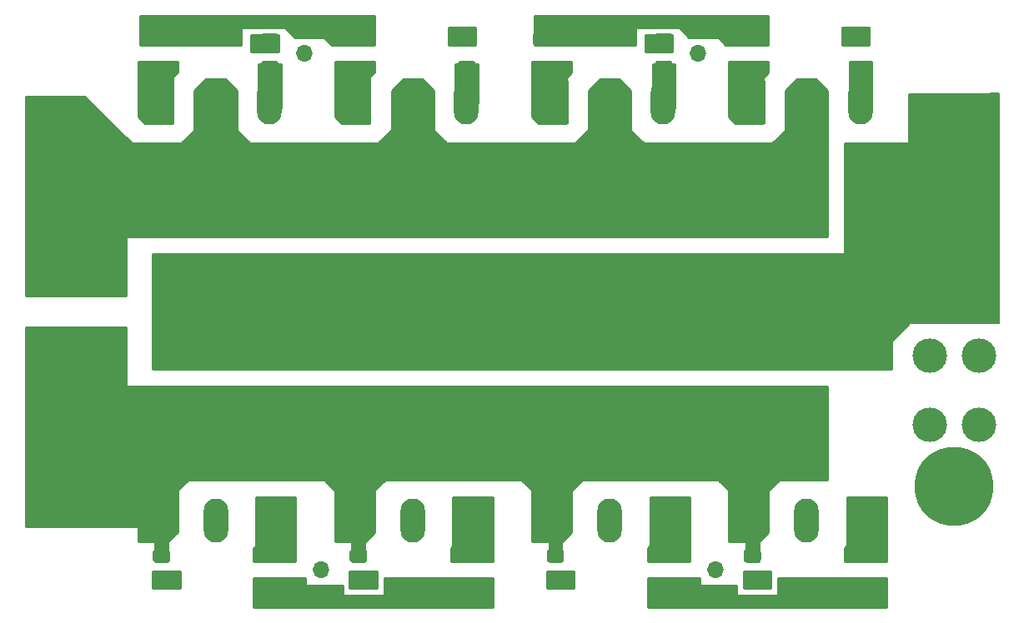
<source format=gbr>
G04 #@! TF.GenerationSoftware,KiCad,Pcbnew,5.0.2-bee76a0~70~ubuntu18.04.1*
G04 #@! TF.CreationDate,2019-01-23T11:21:40-08:00*
G04 #@! TF.ProjectId,inverter,696e7665-7274-4657-922e-6b696361645f,rev?*
G04 #@! TF.SameCoordinates,Original*
G04 #@! TF.FileFunction,Copper,L1,Top*
G04 #@! TF.FilePolarity,Positive*
%FSLAX46Y46*%
G04 Gerber Fmt 4.6, Leading zero omitted, Abs format (unit mm)*
G04 Created by KiCad (PCBNEW 5.0.2-bee76a0~70~ubuntu18.04.1) date Wed 23 Jan 2019 11:21:40 AM PST*
%MOMM*%
%LPD*%
G01*
G04 APERTURE LIST*
G04 #@! TA.AperFunction,ComponentPad*
%ADD10C,2.400000*%
G04 #@! TD*
G04 #@! TA.AperFunction,ComponentPad*
%ADD11R,2.500000X4.500000*%
G04 #@! TD*
G04 #@! TA.AperFunction,ComponentPad*
%ADD12O,2.500000X4.500000*%
G04 #@! TD*
G04 #@! TA.AperFunction,ComponentPad*
%ADD13C,3.500000*%
G04 #@! TD*
G04 #@! TA.AperFunction,ComponentPad*
%ADD14R,1.700000X1.700000*%
G04 #@! TD*
G04 #@! TA.AperFunction,ComponentPad*
%ADD15O,1.700000X1.700000*%
G04 #@! TD*
G04 #@! TA.AperFunction,SMDPad,CuDef*
%ADD16R,1.100000X1.100000*%
G04 #@! TD*
G04 #@! TA.AperFunction,ComponentPad*
%ADD17C,0.800000*%
G04 #@! TD*
G04 #@! TA.AperFunction,ComponentPad*
%ADD18C,8.000000*%
G04 #@! TD*
G04 #@! TA.AperFunction,Conductor*
%ADD19C,0.100000*%
G04 #@! TD*
G04 #@! TA.AperFunction,SMDPad,CuDef*
%ADD20C,1.250000*%
G04 #@! TD*
G04 #@! TA.AperFunction,ViaPad*
%ADD21C,0.850000*%
G04 #@! TD*
G04 #@! TA.AperFunction,Conductor*
%ADD22C,0.254000*%
G04 #@! TD*
G04 #@! TA.AperFunction,Conductor*
%ADD23C,0.200000*%
G04 #@! TD*
G04 APERTURE END LIST*
D10*
G04 #@! TO.P,C4,1*
G04 #@! TO.N,/VIN+*
X179500000Y-62000000D03*
G04 #@! TO.P,C4,2*
G04 #@! TO.N,/VIN-*
X179500000Y-89500000D03*
G04 #@! TD*
G04 #@! TO.P,C2,1*
G04 #@! TO.N,/VIN+*
X139500000Y-62000000D03*
G04 #@! TO.P,C2,2*
G04 #@! TO.N,/VIN-*
X139500000Y-89500000D03*
G04 #@! TD*
D11*
G04 #@! TO.P,Q1,1*
G04 #@! TO.N,Net-(D1-Pad2)*
X115050000Y-55000000D03*
D12*
G04 #@! TO.P,Q1,2*
G04 #@! TO.N,/VIN+*
X120500000Y-55000000D03*
G04 #@! TO.P,Q1,3*
G04 #@! TO.N,/VSW+*
X125950000Y-55000000D03*
G04 #@! TD*
G04 #@! TO.P,Q2,3*
G04 #@! TO.N,/VIN-*
X115050000Y-97500000D03*
G04 #@! TO.P,Q2,2*
G04 #@! TO.N,/VSW+*
X120500000Y-97500000D03*
D11*
G04 #@! TO.P,Q2,1*
G04 #@! TO.N,Net-(D2-Pad2)*
X125950000Y-97500000D03*
G04 #@! TD*
D12*
G04 #@! TO.P,Q3,3*
G04 #@! TO.N,/VSW+*
X145950000Y-55000000D03*
G04 #@! TO.P,Q3,2*
G04 #@! TO.N,/VIN+*
X140500000Y-55000000D03*
D11*
G04 #@! TO.P,Q3,1*
G04 #@! TO.N,Net-(D3-Pad2)*
X135050000Y-55000000D03*
G04 #@! TD*
G04 #@! TO.P,Q4,1*
G04 #@! TO.N,Net-(D4-Pad2)*
X145950000Y-97500000D03*
D12*
G04 #@! TO.P,Q4,2*
G04 #@! TO.N,/VSW+*
X140500000Y-97500000D03*
G04 #@! TO.P,Q4,3*
G04 #@! TO.N,/VIN-*
X135050000Y-97500000D03*
G04 #@! TD*
D10*
G04 #@! TO.P,C1,2*
G04 #@! TO.N,/VIN-*
X119500000Y-89500000D03*
G04 #@! TO.P,C1,1*
G04 #@! TO.N,/VIN+*
X119500000Y-62000000D03*
G04 #@! TD*
G04 #@! TO.P,C3,2*
G04 #@! TO.N,/VIN-*
X159500000Y-89500000D03*
G04 #@! TO.P,C3,1*
G04 #@! TO.N,/VIN+*
X159500000Y-62000000D03*
G04 #@! TD*
D12*
G04 #@! TO.P,Q5,3*
G04 #@! TO.N,/VSW-*
X165950000Y-55000000D03*
G04 #@! TO.P,Q5,2*
G04 #@! TO.N,/VIN+*
X160500000Y-55000000D03*
D11*
G04 #@! TO.P,Q5,1*
G04 #@! TO.N,Net-(D5-Pad2)*
X155050000Y-55000000D03*
G04 #@! TD*
D12*
G04 #@! TO.P,Q6,3*
G04 #@! TO.N,/VIN-*
X155050000Y-97500000D03*
G04 #@! TO.P,Q6,2*
G04 #@! TO.N,/VSW-*
X160500000Y-97500000D03*
D11*
G04 #@! TO.P,Q6,1*
G04 #@! TO.N,Net-(D6-Pad2)*
X165950000Y-97500000D03*
G04 #@! TD*
G04 #@! TO.P,Q7,1*
G04 #@! TO.N,Net-(D7-Pad2)*
X175050000Y-55000000D03*
D12*
G04 #@! TO.P,Q7,2*
G04 #@! TO.N,/VIN+*
X180500000Y-55000000D03*
G04 #@! TO.P,Q7,3*
G04 #@! TO.N,/VSW-*
X185950000Y-55000000D03*
G04 #@! TD*
D11*
G04 #@! TO.P,Q8,1*
G04 #@! TO.N,Net-(D8-Pad2)*
X185950000Y-97500000D03*
D12*
G04 #@! TO.P,Q8,2*
G04 #@! TO.N,/VSW-*
X180500000Y-97500000D03*
G04 #@! TO.P,Q8,3*
G04 #@! TO.N,/VIN-*
X175050000Y-97500000D03*
G04 #@! TD*
D13*
G04 #@! TO.P,J1,1*
G04 #@! TO.N,/VIN+*
X108000000Y-71755000D03*
X103000000Y-71755000D03*
X103000000Y-64745000D03*
X108000000Y-64745000D03*
G04 #@! TD*
G04 #@! TO.P,J2,1*
G04 #@! TO.N,/VIN-*
X108000000Y-80745000D03*
X103000000Y-80745000D03*
X103000000Y-87755000D03*
X108000000Y-87755000D03*
G04 #@! TD*
G04 #@! TO.P,J3,1*
G04 #@! TO.N,/VSW+*
X198000000Y-71755000D03*
X193000000Y-71755000D03*
X193000000Y-64745000D03*
X198000000Y-64745000D03*
G04 #@! TD*
G04 #@! TO.P,J4,1*
G04 #@! TO.N,/VSW-*
X198000000Y-80745000D03*
X193000000Y-80745000D03*
X193000000Y-87755000D03*
X198000000Y-87755000D03*
G04 #@! TD*
D14*
G04 #@! TO.P,J5,1*
G04 #@! TO.N,/A*
X129500000Y-47500000D03*
D15*
G04 #@! TO.P,J5,2*
G04 #@! TO.N,/B*
X129500000Y-50040000D03*
G04 #@! TD*
G04 #@! TO.P,J6,2*
G04 #@! TO.N,/D*
X131250000Y-102500000D03*
D14*
G04 #@! TO.P,J6,1*
G04 #@! TO.N,/C*
X131250000Y-105040000D03*
G04 #@! TD*
G04 #@! TO.P,J7,1*
G04 #@! TO.N,/E*
X169500000Y-47500000D03*
D15*
G04 #@! TO.P,J7,2*
G04 #@! TO.N,/F*
X169500000Y-50040000D03*
G04 #@! TD*
G04 #@! TO.P,J8,2*
G04 #@! TO.N,/H*
X171250000Y-102500000D03*
D14*
G04 #@! TO.P,J8,1*
G04 #@! TO.N,/G*
X171250000Y-105040000D03*
G04 #@! TD*
D16*
G04 #@! TO.P,D1,1*
G04 #@! TO.N,/A*
X113250000Y-48600000D03*
G04 #@! TO.P,D1,2*
G04 #@! TO.N,Net-(D1-Pad2)*
X113250000Y-51400000D03*
G04 #@! TD*
G04 #@! TO.P,D2,1*
G04 #@! TO.N,/C*
X127500000Y-103900000D03*
G04 #@! TO.P,D2,2*
G04 #@! TO.N,Net-(D2-Pad2)*
X127500000Y-101100000D03*
G04 #@! TD*
G04 #@! TO.P,D3,1*
G04 #@! TO.N,/A*
X133250000Y-48600000D03*
G04 #@! TO.P,D3,2*
G04 #@! TO.N,Net-(D3-Pad2)*
X133250000Y-51400000D03*
G04 #@! TD*
G04 #@! TO.P,D4,2*
G04 #@! TO.N,Net-(D4-Pad2)*
X147750000Y-101100000D03*
G04 #@! TO.P,D4,1*
G04 #@! TO.N,/C*
X147750000Y-103900000D03*
G04 #@! TD*
G04 #@! TO.P,D5,2*
G04 #@! TO.N,Net-(D5-Pad2)*
X153250000Y-51400000D03*
G04 #@! TO.P,D5,1*
G04 #@! TO.N,/E*
X153250000Y-48600000D03*
G04 #@! TD*
G04 #@! TO.P,D6,1*
G04 #@! TO.N,/G*
X167500000Y-103900000D03*
G04 #@! TO.P,D6,2*
G04 #@! TO.N,Net-(D6-Pad2)*
X167500000Y-101100000D03*
G04 #@! TD*
G04 #@! TO.P,D7,1*
G04 #@! TO.N,/E*
X173250000Y-48600000D03*
G04 #@! TO.P,D7,2*
G04 #@! TO.N,Net-(D7-Pad2)*
X173250000Y-51400000D03*
G04 #@! TD*
G04 #@! TO.P,D8,2*
G04 #@! TO.N,Net-(D8-Pad2)*
X187750000Y-101100000D03*
G04 #@! TO.P,D8,1*
G04 #@! TO.N,/G*
X187750000Y-103900000D03*
G04 #@! TD*
D17*
G04 #@! TO.P,J1005,1*
G04 #@! TO.N,/VSW+*
X197500000Y-60500000D03*
X193500000Y-56500000D03*
X193500000Y-60500000D03*
X195500000Y-61500000D03*
X192500000Y-58500000D03*
X195500000Y-56000000D03*
X197500000Y-56500000D03*
X198500000Y-58500000D03*
D18*
X195500000Y-58500000D03*
G04 #@! TD*
G04 #@! TO.P,J1006,1*
G04 #@! TO.N,/VSW-*
X195500000Y-94000000D03*
D17*
X198500000Y-94000000D03*
X197500000Y-92000000D03*
X195500000Y-91500000D03*
X192500000Y-94000000D03*
X195500000Y-97000000D03*
X193500000Y-96000000D03*
X193500000Y-92000000D03*
X197500000Y-96000000D03*
G04 #@! TD*
G04 #@! TO.P,J1007,1*
G04 #@! TO.N,/VIN+*
X107500000Y-60500000D03*
X103500000Y-56500000D03*
X103500000Y-60500000D03*
X105500000Y-61500000D03*
X102500000Y-58500000D03*
X105500000Y-56000000D03*
X107500000Y-56500000D03*
X108500000Y-58500000D03*
D18*
X105500000Y-58500000D03*
G04 #@! TD*
G04 #@! TO.P,J1008,1*
G04 #@! TO.N,/VIN-*
X105500000Y-94000000D03*
D17*
X108500000Y-94000000D03*
X107500000Y-92000000D03*
X105500000Y-91500000D03*
X102500000Y-94000000D03*
X105500000Y-97000000D03*
X103500000Y-96000000D03*
X103500000Y-92000000D03*
X107500000Y-96000000D03*
G04 #@! TD*
D19*
G04 #@! TO.N,/A*
G04 #@! TO.C,R1*
G36*
X116399504Y-47976204D02*
X116423773Y-47979804D01*
X116447571Y-47985765D01*
X116470671Y-47994030D01*
X116492849Y-48004520D01*
X116513893Y-48017133D01*
X116533598Y-48031747D01*
X116551777Y-48048223D01*
X116568253Y-48066402D01*
X116582867Y-48086107D01*
X116595480Y-48107151D01*
X116605970Y-48129329D01*
X116614235Y-48152429D01*
X116620196Y-48176227D01*
X116623796Y-48200496D01*
X116625000Y-48225000D01*
X116625000Y-48975000D01*
X116623796Y-48999504D01*
X116620196Y-49023773D01*
X116614235Y-49047571D01*
X116605970Y-49070671D01*
X116595480Y-49092849D01*
X116582867Y-49113893D01*
X116568253Y-49133598D01*
X116551777Y-49151777D01*
X116533598Y-49168253D01*
X116513893Y-49182867D01*
X116492849Y-49195480D01*
X116470671Y-49205970D01*
X116447571Y-49214235D01*
X116423773Y-49220196D01*
X116399504Y-49223796D01*
X116375000Y-49225000D01*
X115125000Y-49225000D01*
X115100496Y-49223796D01*
X115076227Y-49220196D01*
X115052429Y-49214235D01*
X115029329Y-49205970D01*
X115007151Y-49195480D01*
X114986107Y-49182867D01*
X114966402Y-49168253D01*
X114948223Y-49151777D01*
X114931747Y-49133598D01*
X114917133Y-49113893D01*
X114904520Y-49092849D01*
X114894030Y-49070671D01*
X114885765Y-49047571D01*
X114879804Y-49023773D01*
X114876204Y-48999504D01*
X114875000Y-48975000D01*
X114875000Y-48225000D01*
X114876204Y-48200496D01*
X114879804Y-48176227D01*
X114885765Y-48152429D01*
X114894030Y-48129329D01*
X114904520Y-48107151D01*
X114917133Y-48086107D01*
X114931747Y-48066402D01*
X114948223Y-48048223D01*
X114966402Y-48031747D01*
X114986107Y-48017133D01*
X115007151Y-48004520D01*
X115029329Y-47994030D01*
X115052429Y-47985765D01*
X115076227Y-47979804D01*
X115100496Y-47976204D01*
X115125000Y-47975000D01*
X116375000Y-47975000D01*
X116399504Y-47976204D01*
X116399504Y-47976204D01*
G37*
D20*
G04 #@! TD*
G04 #@! TO.P,R1,2*
G04 #@! TO.N,/A*
X115750000Y-48600000D03*
D19*
G04 #@! TO.N,Net-(D1-Pad2)*
G04 #@! TO.C,R1*
G36*
X116399504Y-50776204D02*
X116423773Y-50779804D01*
X116447571Y-50785765D01*
X116470671Y-50794030D01*
X116492849Y-50804520D01*
X116513893Y-50817133D01*
X116533598Y-50831747D01*
X116551777Y-50848223D01*
X116568253Y-50866402D01*
X116582867Y-50886107D01*
X116595480Y-50907151D01*
X116605970Y-50929329D01*
X116614235Y-50952429D01*
X116620196Y-50976227D01*
X116623796Y-51000496D01*
X116625000Y-51025000D01*
X116625000Y-51775000D01*
X116623796Y-51799504D01*
X116620196Y-51823773D01*
X116614235Y-51847571D01*
X116605970Y-51870671D01*
X116595480Y-51892849D01*
X116582867Y-51913893D01*
X116568253Y-51933598D01*
X116551777Y-51951777D01*
X116533598Y-51968253D01*
X116513893Y-51982867D01*
X116492849Y-51995480D01*
X116470671Y-52005970D01*
X116447571Y-52014235D01*
X116423773Y-52020196D01*
X116399504Y-52023796D01*
X116375000Y-52025000D01*
X115125000Y-52025000D01*
X115100496Y-52023796D01*
X115076227Y-52020196D01*
X115052429Y-52014235D01*
X115029329Y-52005970D01*
X115007151Y-51995480D01*
X114986107Y-51982867D01*
X114966402Y-51968253D01*
X114948223Y-51951777D01*
X114931747Y-51933598D01*
X114917133Y-51913893D01*
X114904520Y-51892849D01*
X114894030Y-51870671D01*
X114885765Y-51847571D01*
X114879804Y-51823773D01*
X114876204Y-51799504D01*
X114875000Y-51775000D01*
X114875000Y-51025000D01*
X114876204Y-51000496D01*
X114879804Y-50976227D01*
X114885765Y-50952429D01*
X114894030Y-50929329D01*
X114904520Y-50907151D01*
X114917133Y-50886107D01*
X114931747Y-50866402D01*
X114948223Y-50848223D01*
X114966402Y-50831747D01*
X114986107Y-50817133D01*
X115007151Y-50804520D01*
X115029329Y-50794030D01*
X115052429Y-50785765D01*
X115076227Y-50779804D01*
X115100496Y-50776204D01*
X115125000Y-50775000D01*
X116375000Y-50775000D01*
X116399504Y-50776204D01*
X116399504Y-50776204D01*
G37*
D20*
G04 #@! TD*
G04 #@! TO.P,R1,1*
G04 #@! TO.N,Net-(D1-Pad2)*
X115750000Y-51400000D03*
D19*
G04 #@! TO.N,/VSW+*
G04 #@! TO.C,R2*
G36*
X126649504Y-50776204D02*
X126673773Y-50779804D01*
X126697571Y-50785765D01*
X126720671Y-50794030D01*
X126742849Y-50804520D01*
X126763893Y-50817133D01*
X126783598Y-50831747D01*
X126801777Y-50848223D01*
X126818253Y-50866402D01*
X126832867Y-50886107D01*
X126845480Y-50907151D01*
X126855970Y-50929329D01*
X126864235Y-50952429D01*
X126870196Y-50976227D01*
X126873796Y-51000496D01*
X126875000Y-51025000D01*
X126875000Y-51775000D01*
X126873796Y-51799504D01*
X126870196Y-51823773D01*
X126864235Y-51847571D01*
X126855970Y-51870671D01*
X126845480Y-51892849D01*
X126832867Y-51913893D01*
X126818253Y-51933598D01*
X126801777Y-51951777D01*
X126783598Y-51968253D01*
X126763893Y-51982867D01*
X126742849Y-51995480D01*
X126720671Y-52005970D01*
X126697571Y-52014235D01*
X126673773Y-52020196D01*
X126649504Y-52023796D01*
X126625000Y-52025000D01*
X125375000Y-52025000D01*
X125350496Y-52023796D01*
X125326227Y-52020196D01*
X125302429Y-52014235D01*
X125279329Y-52005970D01*
X125257151Y-51995480D01*
X125236107Y-51982867D01*
X125216402Y-51968253D01*
X125198223Y-51951777D01*
X125181747Y-51933598D01*
X125167133Y-51913893D01*
X125154520Y-51892849D01*
X125144030Y-51870671D01*
X125135765Y-51847571D01*
X125129804Y-51823773D01*
X125126204Y-51799504D01*
X125125000Y-51775000D01*
X125125000Y-51025000D01*
X125126204Y-51000496D01*
X125129804Y-50976227D01*
X125135765Y-50952429D01*
X125144030Y-50929329D01*
X125154520Y-50907151D01*
X125167133Y-50886107D01*
X125181747Y-50866402D01*
X125198223Y-50848223D01*
X125216402Y-50831747D01*
X125236107Y-50817133D01*
X125257151Y-50804520D01*
X125279329Y-50794030D01*
X125302429Y-50785765D01*
X125326227Y-50779804D01*
X125350496Y-50776204D01*
X125375000Y-50775000D01*
X126625000Y-50775000D01*
X126649504Y-50776204D01*
X126649504Y-50776204D01*
G37*
D20*
G04 #@! TD*
G04 #@! TO.P,R2,1*
G04 #@! TO.N,/VSW+*
X126000000Y-51400000D03*
D19*
G04 #@! TO.N,/B*
G04 #@! TO.C,R2*
G36*
X126649504Y-47976204D02*
X126673773Y-47979804D01*
X126697571Y-47985765D01*
X126720671Y-47994030D01*
X126742849Y-48004520D01*
X126763893Y-48017133D01*
X126783598Y-48031747D01*
X126801777Y-48048223D01*
X126818253Y-48066402D01*
X126832867Y-48086107D01*
X126845480Y-48107151D01*
X126855970Y-48129329D01*
X126864235Y-48152429D01*
X126870196Y-48176227D01*
X126873796Y-48200496D01*
X126875000Y-48225000D01*
X126875000Y-48975000D01*
X126873796Y-48999504D01*
X126870196Y-49023773D01*
X126864235Y-49047571D01*
X126855970Y-49070671D01*
X126845480Y-49092849D01*
X126832867Y-49113893D01*
X126818253Y-49133598D01*
X126801777Y-49151777D01*
X126783598Y-49168253D01*
X126763893Y-49182867D01*
X126742849Y-49195480D01*
X126720671Y-49205970D01*
X126697571Y-49214235D01*
X126673773Y-49220196D01*
X126649504Y-49223796D01*
X126625000Y-49225000D01*
X125375000Y-49225000D01*
X125350496Y-49223796D01*
X125326227Y-49220196D01*
X125302429Y-49214235D01*
X125279329Y-49205970D01*
X125257151Y-49195480D01*
X125236107Y-49182867D01*
X125216402Y-49168253D01*
X125198223Y-49151777D01*
X125181747Y-49133598D01*
X125167133Y-49113893D01*
X125154520Y-49092849D01*
X125144030Y-49070671D01*
X125135765Y-49047571D01*
X125129804Y-49023773D01*
X125126204Y-48999504D01*
X125125000Y-48975000D01*
X125125000Y-48225000D01*
X125126204Y-48200496D01*
X125129804Y-48176227D01*
X125135765Y-48152429D01*
X125144030Y-48129329D01*
X125154520Y-48107151D01*
X125167133Y-48086107D01*
X125181747Y-48066402D01*
X125198223Y-48048223D01*
X125216402Y-48031747D01*
X125236107Y-48017133D01*
X125257151Y-48004520D01*
X125279329Y-47994030D01*
X125302429Y-47985765D01*
X125326227Y-47979804D01*
X125350496Y-47976204D01*
X125375000Y-47975000D01*
X126625000Y-47975000D01*
X126649504Y-47976204D01*
X126649504Y-47976204D01*
G37*
D20*
G04 #@! TD*
G04 #@! TO.P,R2,2*
G04 #@! TO.N,/B*
X126000000Y-48600000D03*
D19*
G04 #@! TO.N,/C*
G04 #@! TO.C,R3*
G36*
X125899504Y-103276204D02*
X125923773Y-103279804D01*
X125947571Y-103285765D01*
X125970671Y-103294030D01*
X125992849Y-103304520D01*
X126013893Y-103317133D01*
X126033598Y-103331747D01*
X126051777Y-103348223D01*
X126068253Y-103366402D01*
X126082867Y-103386107D01*
X126095480Y-103407151D01*
X126105970Y-103429329D01*
X126114235Y-103452429D01*
X126120196Y-103476227D01*
X126123796Y-103500496D01*
X126125000Y-103525000D01*
X126125000Y-104275000D01*
X126123796Y-104299504D01*
X126120196Y-104323773D01*
X126114235Y-104347571D01*
X126105970Y-104370671D01*
X126095480Y-104392849D01*
X126082867Y-104413893D01*
X126068253Y-104433598D01*
X126051777Y-104451777D01*
X126033598Y-104468253D01*
X126013893Y-104482867D01*
X125992849Y-104495480D01*
X125970671Y-104505970D01*
X125947571Y-104514235D01*
X125923773Y-104520196D01*
X125899504Y-104523796D01*
X125875000Y-104525000D01*
X124625000Y-104525000D01*
X124600496Y-104523796D01*
X124576227Y-104520196D01*
X124552429Y-104514235D01*
X124529329Y-104505970D01*
X124507151Y-104495480D01*
X124486107Y-104482867D01*
X124466402Y-104468253D01*
X124448223Y-104451777D01*
X124431747Y-104433598D01*
X124417133Y-104413893D01*
X124404520Y-104392849D01*
X124394030Y-104370671D01*
X124385765Y-104347571D01*
X124379804Y-104323773D01*
X124376204Y-104299504D01*
X124375000Y-104275000D01*
X124375000Y-103525000D01*
X124376204Y-103500496D01*
X124379804Y-103476227D01*
X124385765Y-103452429D01*
X124394030Y-103429329D01*
X124404520Y-103407151D01*
X124417133Y-103386107D01*
X124431747Y-103366402D01*
X124448223Y-103348223D01*
X124466402Y-103331747D01*
X124486107Y-103317133D01*
X124507151Y-103304520D01*
X124529329Y-103294030D01*
X124552429Y-103285765D01*
X124576227Y-103279804D01*
X124600496Y-103276204D01*
X124625000Y-103275000D01*
X125875000Y-103275000D01*
X125899504Y-103276204D01*
X125899504Y-103276204D01*
G37*
D20*
G04 #@! TD*
G04 #@! TO.P,R3,2*
G04 #@! TO.N,/C*
X125250000Y-103900000D03*
D19*
G04 #@! TO.N,Net-(D2-Pad2)*
G04 #@! TO.C,R3*
G36*
X125899504Y-100476204D02*
X125923773Y-100479804D01*
X125947571Y-100485765D01*
X125970671Y-100494030D01*
X125992849Y-100504520D01*
X126013893Y-100517133D01*
X126033598Y-100531747D01*
X126051777Y-100548223D01*
X126068253Y-100566402D01*
X126082867Y-100586107D01*
X126095480Y-100607151D01*
X126105970Y-100629329D01*
X126114235Y-100652429D01*
X126120196Y-100676227D01*
X126123796Y-100700496D01*
X126125000Y-100725000D01*
X126125000Y-101475000D01*
X126123796Y-101499504D01*
X126120196Y-101523773D01*
X126114235Y-101547571D01*
X126105970Y-101570671D01*
X126095480Y-101592849D01*
X126082867Y-101613893D01*
X126068253Y-101633598D01*
X126051777Y-101651777D01*
X126033598Y-101668253D01*
X126013893Y-101682867D01*
X125992849Y-101695480D01*
X125970671Y-101705970D01*
X125947571Y-101714235D01*
X125923773Y-101720196D01*
X125899504Y-101723796D01*
X125875000Y-101725000D01*
X124625000Y-101725000D01*
X124600496Y-101723796D01*
X124576227Y-101720196D01*
X124552429Y-101714235D01*
X124529329Y-101705970D01*
X124507151Y-101695480D01*
X124486107Y-101682867D01*
X124466402Y-101668253D01*
X124448223Y-101651777D01*
X124431747Y-101633598D01*
X124417133Y-101613893D01*
X124404520Y-101592849D01*
X124394030Y-101570671D01*
X124385765Y-101547571D01*
X124379804Y-101523773D01*
X124376204Y-101499504D01*
X124375000Y-101475000D01*
X124375000Y-100725000D01*
X124376204Y-100700496D01*
X124379804Y-100676227D01*
X124385765Y-100652429D01*
X124394030Y-100629329D01*
X124404520Y-100607151D01*
X124417133Y-100586107D01*
X124431747Y-100566402D01*
X124448223Y-100548223D01*
X124466402Y-100531747D01*
X124486107Y-100517133D01*
X124507151Y-100504520D01*
X124529329Y-100494030D01*
X124552429Y-100485765D01*
X124576227Y-100479804D01*
X124600496Y-100476204D01*
X124625000Y-100475000D01*
X125875000Y-100475000D01*
X125899504Y-100476204D01*
X125899504Y-100476204D01*
G37*
D20*
G04 #@! TD*
G04 #@! TO.P,R3,1*
G04 #@! TO.N,Net-(D2-Pad2)*
X125250000Y-101100000D03*
D19*
G04 #@! TO.N,/D*
G04 #@! TO.C,R4*
G36*
X135649504Y-103276204D02*
X135673773Y-103279804D01*
X135697571Y-103285765D01*
X135720671Y-103294030D01*
X135742849Y-103304520D01*
X135763893Y-103317133D01*
X135783598Y-103331747D01*
X135801777Y-103348223D01*
X135818253Y-103366402D01*
X135832867Y-103386107D01*
X135845480Y-103407151D01*
X135855970Y-103429329D01*
X135864235Y-103452429D01*
X135870196Y-103476227D01*
X135873796Y-103500496D01*
X135875000Y-103525000D01*
X135875000Y-104275000D01*
X135873796Y-104299504D01*
X135870196Y-104323773D01*
X135864235Y-104347571D01*
X135855970Y-104370671D01*
X135845480Y-104392849D01*
X135832867Y-104413893D01*
X135818253Y-104433598D01*
X135801777Y-104451777D01*
X135783598Y-104468253D01*
X135763893Y-104482867D01*
X135742849Y-104495480D01*
X135720671Y-104505970D01*
X135697571Y-104514235D01*
X135673773Y-104520196D01*
X135649504Y-104523796D01*
X135625000Y-104525000D01*
X134375000Y-104525000D01*
X134350496Y-104523796D01*
X134326227Y-104520196D01*
X134302429Y-104514235D01*
X134279329Y-104505970D01*
X134257151Y-104495480D01*
X134236107Y-104482867D01*
X134216402Y-104468253D01*
X134198223Y-104451777D01*
X134181747Y-104433598D01*
X134167133Y-104413893D01*
X134154520Y-104392849D01*
X134144030Y-104370671D01*
X134135765Y-104347571D01*
X134129804Y-104323773D01*
X134126204Y-104299504D01*
X134125000Y-104275000D01*
X134125000Y-103525000D01*
X134126204Y-103500496D01*
X134129804Y-103476227D01*
X134135765Y-103452429D01*
X134144030Y-103429329D01*
X134154520Y-103407151D01*
X134167133Y-103386107D01*
X134181747Y-103366402D01*
X134198223Y-103348223D01*
X134216402Y-103331747D01*
X134236107Y-103317133D01*
X134257151Y-103304520D01*
X134279329Y-103294030D01*
X134302429Y-103285765D01*
X134326227Y-103279804D01*
X134350496Y-103276204D01*
X134375000Y-103275000D01*
X135625000Y-103275000D01*
X135649504Y-103276204D01*
X135649504Y-103276204D01*
G37*
D20*
G04 #@! TD*
G04 #@! TO.P,R4,2*
G04 #@! TO.N,/D*
X135000000Y-103900000D03*
D19*
G04 #@! TO.N,/VIN-*
G04 #@! TO.C,R4*
G36*
X135649504Y-100476204D02*
X135673773Y-100479804D01*
X135697571Y-100485765D01*
X135720671Y-100494030D01*
X135742849Y-100504520D01*
X135763893Y-100517133D01*
X135783598Y-100531747D01*
X135801777Y-100548223D01*
X135818253Y-100566402D01*
X135832867Y-100586107D01*
X135845480Y-100607151D01*
X135855970Y-100629329D01*
X135864235Y-100652429D01*
X135870196Y-100676227D01*
X135873796Y-100700496D01*
X135875000Y-100725000D01*
X135875000Y-101475000D01*
X135873796Y-101499504D01*
X135870196Y-101523773D01*
X135864235Y-101547571D01*
X135855970Y-101570671D01*
X135845480Y-101592849D01*
X135832867Y-101613893D01*
X135818253Y-101633598D01*
X135801777Y-101651777D01*
X135783598Y-101668253D01*
X135763893Y-101682867D01*
X135742849Y-101695480D01*
X135720671Y-101705970D01*
X135697571Y-101714235D01*
X135673773Y-101720196D01*
X135649504Y-101723796D01*
X135625000Y-101725000D01*
X134375000Y-101725000D01*
X134350496Y-101723796D01*
X134326227Y-101720196D01*
X134302429Y-101714235D01*
X134279329Y-101705970D01*
X134257151Y-101695480D01*
X134236107Y-101682867D01*
X134216402Y-101668253D01*
X134198223Y-101651777D01*
X134181747Y-101633598D01*
X134167133Y-101613893D01*
X134154520Y-101592849D01*
X134144030Y-101570671D01*
X134135765Y-101547571D01*
X134129804Y-101523773D01*
X134126204Y-101499504D01*
X134125000Y-101475000D01*
X134125000Y-100725000D01*
X134126204Y-100700496D01*
X134129804Y-100676227D01*
X134135765Y-100652429D01*
X134144030Y-100629329D01*
X134154520Y-100607151D01*
X134167133Y-100586107D01*
X134181747Y-100566402D01*
X134198223Y-100548223D01*
X134216402Y-100531747D01*
X134236107Y-100517133D01*
X134257151Y-100504520D01*
X134279329Y-100494030D01*
X134302429Y-100485765D01*
X134326227Y-100479804D01*
X134350496Y-100476204D01*
X134375000Y-100475000D01*
X135625000Y-100475000D01*
X135649504Y-100476204D01*
X135649504Y-100476204D01*
G37*
D20*
G04 #@! TD*
G04 #@! TO.P,R4,1*
G04 #@! TO.N,/VIN-*
X135000000Y-101100000D03*
D19*
G04 #@! TO.N,Net-(D3-Pad2)*
G04 #@! TO.C,R5*
G36*
X136399504Y-50776204D02*
X136423773Y-50779804D01*
X136447571Y-50785765D01*
X136470671Y-50794030D01*
X136492849Y-50804520D01*
X136513893Y-50817133D01*
X136533598Y-50831747D01*
X136551777Y-50848223D01*
X136568253Y-50866402D01*
X136582867Y-50886107D01*
X136595480Y-50907151D01*
X136605970Y-50929329D01*
X136614235Y-50952429D01*
X136620196Y-50976227D01*
X136623796Y-51000496D01*
X136625000Y-51025000D01*
X136625000Y-51775000D01*
X136623796Y-51799504D01*
X136620196Y-51823773D01*
X136614235Y-51847571D01*
X136605970Y-51870671D01*
X136595480Y-51892849D01*
X136582867Y-51913893D01*
X136568253Y-51933598D01*
X136551777Y-51951777D01*
X136533598Y-51968253D01*
X136513893Y-51982867D01*
X136492849Y-51995480D01*
X136470671Y-52005970D01*
X136447571Y-52014235D01*
X136423773Y-52020196D01*
X136399504Y-52023796D01*
X136375000Y-52025000D01*
X135125000Y-52025000D01*
X135100496Y-52023796D01*
X135076227Y-52020196D01*
X135052429Y-52014235D01*
X135029329Y-52005970D01*
X135007151Y-51995480D01*
X134986107Y-51982867D01*
X134966402Y-51968253D01*
X134948223Y-51951777D01*
X134931747Y-51933598D01*
X134917133Y-51913893D01*
X134904520Y-51892849D01*
X134894030Y-51870671D01*
X134885765Y-51847571D01*
X134879804Y-51823773D01*
X134876204Y-51799504D01*
X134875000Y-51775000D01*
X134875000Y-51025000D01*
X134876204Y-51000496D01*
X134879804Y-50976227D01*
X134885765Y-50952429D01*
X134894030Y-50929329D01*
X134904520Y-50907151D01*
X134917133Y-50886107D01*
X134931747Y-50866402D01*
X134948223Y-50848223D01*
X134966402Y-50831747D01*
X134986107Y-50817133D01*
X135007151Y-50804520D01*
X135029329Y-50794030D01*
X135052429Y-50785765D01*
X135076227Y-50779804D01*
X135100496Y-50776204D01*
X135125000Y-50775000D01*
X136375000Y-50775000D01*
X136399504Y-50776204D01*
X136399504Y-50776204D01*
G37*
D20*
G04 #@! TD*
G04 #@! TO.P,R5,1*
G04 #@! TO.N,Net-(D3-Pad2)*
X135750000Y-51400000D03*
D19*
G04 #@! TO.N,/A*
G04 #@! TO.C,R5*
G36*
X136399504Y-47976204D02*
X136423773Y-47979804D01*
X136447571Y-47985765D01*
X136470671Y-47994030D01*
X136492849Y-48004520D01*
X136513893Y-48017133D01*
X136533598Y-48031747D01*
X136551777Y-48048223D01*
X136568253Y-48066402D01*
X136582867Y-48086107D01*
X136595480Y-48107151D01*
X136605970Y-48129329D01*
X136614235Y-48152429D01*
X136620196Y-48176227D01*
X136623796Y-48200496D01*
X136625000Y-48225000D01*
X136625000Y-48975000D01*
X136623796Y-48999504D01*
X136620196Y-49023773D01*
X136614235Y-49047571D01*
X136605970Y-49070671D01*
X136595480Y-49092849D01*
X136582867Y-49113893D01*
X136568253Y-49133598D01*
X136551777Y-49151777D01*
X136533598Y-49168253D01*
X136513893Y-49182867D01*
X136492849Y-49195480D01*
X136470671Y-49205970D01*
X136447571Y-49214235D01*
X136423773Y-49220196D01*
X136399504Y-49223796D01*
X136375000Y-49225000D01*
X135125000Y-49225000D01*
X135100496Y-49223796D01*
X135076227Y-49220196D01*
X135052429Y-49214235D01*
X135029329Y-49205970D01*
X135007151Y-49195480D01*
X134986107Y-49182867D01*
X134966402Y-49168253D01*
X134948223Y-49151777D01*
X134931747Y-49133598D01*
X134917133Y-49113893D01*
X134904520Y-49092849D01*
X134894030Y-49070671D01*
X134885765Y-49047571D01*
X134879804Y-49023773D01*
X134876204Y-48999504D01*
X134875000Y-48975000D01*
X134875000Y-48225000D01*
X134876204Y-48200496D01*
X134879804Y-48176227D01*
X134885765Y-48152429D01*
X134894030Y-48129329D01*
X134904520Y-48107151D01*
X134917133Y-48086107D01*
X134931747Y-48066402D01*
X134948223Y-48048223D01*
X134966402Y-48031747D01*
X134986107Y-48017133D01*
X135007151Y-48004520D01*
X135029329Y-47994030D01*
X135052429Y-47985765D01*
X135076227Y-47979804D01*
X135100496Y-47976204D01*
X135125000Y-47975000D01*
X136375000Y-47975000D01*
X136399504Y-47976204D01*
X136399504Y-47976204D01*
G37*
D20*
G04 #@! TD*
G04 #@! TO.P,R5,2*
G04 #@! TO.N,/A*
X135750000Y-48600000D03*
D19*
G04 #@! TO.N,/B*
G04 #@! TO.C,R6*
G36*
X146649504Y-47976204D02*
X146673773Y-47979804D01*
X146697571Y-47985765D01*
X146720671Y-47994030D01*
X146742849Y-48004520D01*
X146763893Y-48017133D01*
X146783598Y-48031747D01*
X146801777Y-48048223D01*
X146818253Y-48066402D01*
X146832867Y-48086107D01*
X146845480Y-48107151D01*
X146855970Y-48129329D01*
X146864235Y-48152429D01*
X146870196Y-48176227D01*
X146873796Y-48200496D01*
X146875000Y-48225000D01*
X146875000Y-48975000D01*
X146873796Y-48999504D01*
X146870196Y-49023773D01*
X146864235Y-49047571D01*
X146855970Y-49070671D01*
X146845480Y-49092849D01*
X146832867Y-49113893D01*
X146818253Y-49133598D01*
X146801777Y-49151777D01*
X146783598Y-49168253D01*
X146763893Y-49182867D01*
X146742849Y-49195480D01*
X146720671Y-49205970D01*
X146697571Y-49214235D01*
X146673773Y-49220196D01*
X146649504Y-49223796D01*
X146625000Y-49225000D01*
X145375000Y-49225000D01*
X145350496Y-49223796D01*
X145326227Y-49220196D01*
X145302429Y-49214235D01*
X145279329Y-49205970D01*
X145257151Y-49195480D01*
X145236107Y-49182867D01*
X145216402Y-49168253D01*
X145198223Y-49151777D01*
X145181747Y-49133598D01*
X145167133Y-49113893D01*
X145154520Y-49092849D01*
X145144030Y-49070671D01*
X145135765Y-49047571D01*
X145129804Y-49023773D01*
X145126204Y-48999504D01*
X145125000Y-48975000D01*
X145125000Y-48225000D01*
X145126204Y-48200496D01*
X145129804Y-48176227D01*
X145135765Y-48152429D01*
X145144030Y-48129329D01*
X145154520Y-48107151D01*
X145167133Y-48086107D01*
X145181747Y-48066402D01*
X145198223Y-48048223D01*
X145216402Y-48031747D01*
X145236107Y-48017133D01*
X145257151Y-48004520D01*
X145279329Y-47994030D01*
X145302429Y-47985765D01*
X145326227Y-47979804D01*
X145350496Y-47976204D01*
X145375000Y-47975000D01*
X146625000Y-47975000D01*
X146649504Y-47976204D01*
X146649504Y-47976204D01*
G37*
D20*
G04 #@! TD*
G04 #@! TO.P,R6,2*
G04 #@! TO.N,/B*
X146000000Y-48600000D03*
D19*
G04 #@! TO.N,/VSW+*
G04 #@! TO.C,R6*
G36*
X146649504Y-50776204D02*
X146673773Y-50779804D01*
X146697571Y-50785765D01*
X146720671Y-50794030D01*
X146742849Y-50804520D01*
X146763893Y-50817133D01*
X146783598Y-50831747D01*
X146801777Y-50848223D01*
X146818253Y-50866402D01*
X146832867Y-50886107D01*
X146845480Y-50907151D01*
X146855970Y-50929329D01*
X146864235Y-50952429D01*
X146870196Y-50976227D01*
X146873796Y-51000496D01*
X146875000Y-51025000D01*
X146875000Y-51775000D01*
X146873796Y-51799504D01*
X146870196Y-51823773D01*
X146864235Y-51847571D01*
X146855970Y-51870671D01*
X146845480Y-51892849D01*
X146832867Y-51913893D01*
X146818253Y-51933598D01*
X146801777Y-51951777D01*
X146783598Y-51968253D01*
X146763893Y-51982867D01*
X146742849Y-51995480D01*
X146720671Y-52005970D01*
X146697571Y-52014235D01*
X146673773Y-52020196D01*
X146649504Y-52023796D01*
X146625000Y-52025000D01*
X145375000Y-52025000D01*
X145350496Y-52023796D01*
X145326227Y-52020196D01*
X145302429Y-52014235D01*
X145279329Y-52005970D01*
X145257151Y-51995480D01*
X145236107Y-51982867D01*
X145216402Y-51968253D01*
X145198223Y-51951777D01*
X145181747Y-51933598D01*
X145167133Y-51913893D01*
X145154520Y-51892849D01*
X145144030Y-51870671D01*
X145135765Y-51847571D01*
X145129804Y-51823773D01*
X145126204Y-51799504D01*
X145125000Y-51775000D01*
X145125000Y-51025000D01*
X145126204Y-51000496D01*
X145129804Y-50976227D01*
X145135765Y-50952429D01*
X145144030Y-50929329D01*
X145154520Y-50907151D01*
X145167133Y-50886107D01*
X145181747Y-50866402D01*
X145198223Y-50848223D01*
X145216402Y-50831747D01*
X145236107Y-50817133D01*
X145257151Y-50804520D01*
X145279329Y-50794030D01*
X145302429Y-50785765D01*
X145326227Y-50779804D01*
X145350496Y-50776204D01*
X145375000Y-50775000D01*
X146625000Y-50775000D01*
X146649504Y-50776204D01*
X146649504Y-50776204D01*
G37*
D20*
G04 #@! TD*
G04 #@! TO.P,R6,1*
G04 #@! TO.N,/VSW+*
X146000000Y-51400000D03*
D19*
G04 #@! TO.N,Net-(D4-Pad2)*
G04 #@! TO.C,R7*
G36*
X145899504Y-100476204D02*
X145923773Y-100479804D01*
X145947571Y-100485765D01*
X145970671Y-100494030D01*
X145992849Y-100504520D01*
X146013893Y-100517133D01*
X146033598Y-100531747D01*
X146051777Y-100548223D01*
X146068253Y-100566402D01*
X146082867Y-100586107D01*
X146095480Y-100607151D01*
X146105970Y-100629329D01*
X146114235Y-100652429D01*
X146120196Y-100676227D01*
X146123796Y-100700496D01*
X146125000Y-100725000D01*
X146125000Y-101475000D01*
X146123796Y-101499504D01*
X146120196Y-101523773D01*
X146114235Y-101547571D01*
X146105970Y-101570671D01*
X146095480Y-101592849D01*
X146082867Y-101613893D01*
X146068253Y-101633598D01*
X146051777Y-101651777D01*
X146033598Y-101668253D01*
X146013893Y-101682867D01*
X145992849Y-101695480D01*
X145970671Y-101705970D01*
X145947571Y-101714235D01*
X145923773Y-101720196D01*
X145899504Y-101723796D01*
X145875000Y-101725000D01*
X144625000Y-101725000D01*
X144600496Y-101723796D01*
X144576227Y-101720196D01*
X144552429Y-101714235D01*
X144529329Y-101705970D01*
X144507151Y-101695480D01*
X144486107Y-101682867D01*
X144466402Y-101668253D01*
X144448223Y-101651777D01*
X144431747Y-101633598D01*
X144417133Y-101613893D01*
X144404520Y-101592849D01*
X144394030Y-101570671D01*
X144385765Y-101547571D01*
X144379804Y-101523773D01*
X144376204Y-101499504D01*
X144375000Y-101475000D01*
X144375000Y-100725000D01*
X144376204Y-100700496D01*
X144379804Y-100676227D01*
X144385765Y-100652429D01*
X144394030Y-100629329D01*
X144404520Y-100607151D01*
X144417133Y-100586107D01*
X144431747Y-100566402D01*
X144448223Y-100548223D01*
X144466402Y-100531747D01*
X144486107Y-100517133D01*
X144507151Y-100504520D01*
X144529329Y-100494030D01*
X144552429Y-100485765D01*
X144576227Y-100479804D01*
X144600496Y-100476204D01*
X144625000Y-100475000D01*
X145875000Y-100475000D01*
X145899504Y-100476204D01*
X145899504Y-100476204D01*
G37*
D20*
G04 #@! TD*
G04 #@! TO.P,R7,1*
G04 #@! TO.N,Net-(D4-Pad2)*
X145250000Y-101100000D03*
D19*
G04 #@! TO.N,/C*
G04 #@! TO.C,R7*
G36*
X145899504Y-103276204D02*
X145923773Y-103279804D01*
X145947571Y-103285765D01*
X145970671Y-103294030D01*
X145992849Y-103304520D01*
X146013893Y-103317133D01*
X146033598Y-103331747D01*
X146051777Y-103348223D01*
X146068253Y-103366402D01*
X146082867Y-103386107D01*
X146095480Y-103407151D01*
X146105970Y-103429329D01*
X146114235Y-103452429D01*
X146120196Y-103476227D01*
X146123796Y-103500496D01*
X146125000Y-103525000D01*
X146125000Y-104275000D01*
X146123796Y-104299504D01*
X146120196Y-104323773D01*
X146114235Y-104347571D01*
X146105970Y-104370671D01*
X146095480Y-104392849D01*
X146082867Y-104413893D01*
X146068253Y-104433598D01*
X146051777Y-104451777D01*
X146033598Y-104468253D01*
X146013893Y-104482867D01*
X145992849Y-104495480D01*
X145970671Y-104505970D01*
X145947571Y-104514235D01*
X145923773Y-104520196D01*
X145899504Y-104523796D01*
X145875000Y-104525000D01*
X144625000Y-104525000D01*
X144600496Y-104523796D01*
X144576227Y-104520196D01*
X144552429Y-104514235D01*
X144529329Y-104505970D01*
X144507151Y-104495480D01*
X144486107Y-104482867D01*
X144466402Y-104468253D01*
X144448223Y-104451777D01*
X144431747Y-104433598D01*
X144417133Y-104413893D01*
X144404520Y-104392849D01*
X144394030Y-104370671D01*
X144385765Y-104347571D01*
X144379804Y-104323773D01*
X144376204Y-104299504D01*
X144375000Y-104275000D01*
X144375000Y-103525000D01*
X144376204Y-103500496D01*
X144379804Y-103476227D01*
X144385765Y-103452429D01*
X144394030Y-103429329D01*
X144404520Y-103407151D01*
X144417133Y-103386107D01*
X144431747Y-103366402D01*
X144448223Y-103348223D01*
X144466402Y-103331747D01*
X144486107Y-103317133D01*
X144507151Y-103304520D01*
X144529329Y-103294030D01*
X144552429Y-103285765D01*
X144576227Y-103279804D01*
X144600496Y-103276204D01*
X144625000Y-103275000D01*
X145875000Y-103275000D01*
X145899504Y-103276204D01*
X145899504Y-103276204D01*
G37*
D20*
G04 #@! TD*
G04 #@! TO.P,R7,2*
G04 #@! TO.N,/C*
X145250000Y-103900000D03*
D19*
G04 #@! TO.N,/VIN-*
G04 #@! TO.C,R8*
G36*
X115649504Y-100476204D02*
X115673773Y-100479804D01*
X115697571Y-100485765D01*
X115720671Y-100494030D01*
X115742849Y-100504520D01*
X115763893Y-100517133D01*
X115783598Y-100531747D01*
X115801777Y-100548223D01*
X115818253Y-100566402D01*
X115832867Y-100586107D01*
X115845480Y-100607151D01*
X115855970Y-100629329D01*
X115864235Y-100652429D01*
X115870196Y-100676227D01*
X115873796Y-100700496D01*
X115875000Y-100725000D01*
X115875000Y-101475000D01*
X115873796Y-101499504D01*
X115870196Y-101523773D01*
X115864235Y-101547571D01*
X115855970Y-101570671D01*
X115845480Y-101592849D01*
X115832867Y-101613893D01*
X115818253Y-101633598D01*
X115801777Y-101651777D01*
X115783598Y-101668253D01*
X115763893Y-101682867D01*
X115742849Y-101695480D01*
X115720671Y-101705970D01*
X115697571Y-101714235D01*
X115673773Y-101720196D01*
X115649504Y-101723796D01*
X115625000Y-101725000D01*
X114375000Y-101725000D01*
X114350496Y-101723796D01*
X114326227Y-101720196D01*
X114302429Y-101714235D01*
X114279329Y-101705970D01*
X114257151Y-101695480D01*
X114236107Y-101682867D01*
X114216402Y-101668253D01*
X114198223Y-101651777D01*
X114181747Y-101633598D01*
X114167133Y-101613893D01*
X114154520Y-101592849D01*
X114144030Y-101570671D01*
X114135765Y-101547571D01*
X114129804Y-101523773D01*
X114126204Y-101499504D01*
X114125000Y-101475000D01*
X114125000Y-100725000D01*
X114126204Y-100700496D01*
X114129804Y-100676227D01*
X114135765Y-100652429D01*
X114144030Y-100629329D01*
X114154520Y-100607151D01*
X114167133Y-100586107D01*
X114181747Y-100566402D01*
X114198223Y-100548223D01*
X114216402Y-100531747D01*
X114236107Y-100517133D01*
X114257151Y-100504520D01*
X114279329Y-100494030D01*
X114302429Y-100485765D01*
X114326227Y-100479804D01*
X114350496Y-100476204D01*
X114375000Y-100475000D01*
X115625000Y-100475000D01*
X115649504Y-100476204D01*
X115649504Y-100476204D01*
G37*
D20*
G04 #@! TD*
G04 #@! TO.P,R8,1*
G04 #@! TO.N,/VIN-*
X115000000Y-101100000D03*
D19*
G04 #@! TO.N,/D*
G04 #@! TO.C,R8*
G36*
X115649504Y-103276204D02*
X115673773Y-103279804D01*
X115697571Y-103285765D01*
X115720671Y-103294030D01*
X115742849Y-103304520D01*
X115763893Y-103317133D01*
X115783598Y-103331747D01*
X115801777Y-103348223D01*
X115818253Y-103366402D01*
X115832867Y-103386107D01*
X115845480Y-103407151D01*
X115855970Y-103429329D01*
X115864235Y-103452429D01*
X115870196Y-103476227D01*
X115873796Y-103500496D01*
X115875000Y-103525000D01*
X115875000Y-104275000D01*
X115873796Y-104299504D01*
X115870196Y-104323773D01*
X115864235Y-104347571D01*
X115855970Y-104370671D01*
X115845480Y-104392849D01*
X115832867Y-104413893D01*
X115818253Y-104433598D01*
X115801777Y-104451777D01*
X115783598Y-104468253D01*
X115763893Y-104482867D01*
X115742849Y-104495480D01*
X115720671Y-104505970D01*
X115697571Y-104514235D01*
X115673773Y-104520196D01*
X115649504Y-104523796D01*
X115625000Y-104525000D01*
X114375000Y-104525000D01*
X114350496Y-104523796D01*
X114326227Y-104520196D01*
X114302429Y-104514235D01*
X114279329Y-104505970D01*
X114257151Y-104495480D01*
X114236107Y-104482867D01*
X114216402Y-104468253D01*
X114198223Y-104451777D01*
X114181747Y-104433598D01*
X114167133Y-104413893D01*
X114154520Y-104392849D01*
X114144030Y-104370671D01*
X114135765Y-104347571D01*
X114129804Y-104323773D01*
X114126204Y-104299504D01*
X114125000Y-104275000D01*
X114125000Y-103525000D01*
X114126204Y-103500496D01*
X114129804Y-103476227D01*
X114135765Y-103452429D01*
X114144030Y-103429329D01*
X114154520Y-103407151D01*
X114167133Y-103386107D01*
X114181747Y-103366402D01*
X114198223Y-103348223D01*
X114216402Y-103331747D01*
X114236107Y-103317133D01*
X114257151Y-103304520D01*
X114279329Y-103294030D01*
X114302429Y-103285765D01*
X114326227Y-103279804D01*
X114350496Y-103276204D01*
X114375000Y-103275000D01*
X115625000Y-103275000D01*
X115649504Y-103276204D01*
X115649504Y-103276204D01*
G37*
D20*
G04 #@! TD*
G04 #@! TO.P,R8,2*
G04 #@! TO.N,/D*
X115000000Y-103900000D03*
D19*
G04 #@! TO.N,Net-(D5-Pad2)*
G04 #@! TO.C,R9*
G36*
X156399504Y-50776204D02*
X156423773Y-50779804D01*
X156447571Y-50785765D01*
X156470671Y-50794030D01*
X156492849Y-50804520D01*
X156513893Y-50817133D01*
X156533598Y-50831747D01*
X156551777Y-50848223D01*
X156568253Y-50866402D01*
X156582867Y-50886107D01*
X156595480Y-50907151D01*
X156605970Y-50929329D01*
X156614235Y-50952429D01*
X156620196Y-50976227D01*
X156623796Y-51000496D01*
X156625000Y-51025000D01*
X156625000Y-51775000D01*
X156623796Y-51799504D01*
X156620196Y-51823773D01*
X156614235Y-51847571D01*
X156605970Y-51870671D01*
X156595480Y-51892849D01*
X156582867Y-51913893D01*
X156568253Y-51933598D01*
X156551777Y-51951777D01*
X156533598Y-51968253D01*
X156513893Y-51982867D01*
X156492849Y-51995480D01*
X156470671Y-52005970D01*
X156447571Y-52014235D01*
X156423773Y-52020196D01*
X156399504Y-52023796D01*
X156375000Y-52025000D01*
X155125000Y-52025000D01*
X155100496Y-52023796D01*
X155076227Y-52020196D01*
X155052429Y-52014235D01*
X155029329Y-52005970D01*
X155007151Y-51995480D01*
X154986107Y-51982867D01*
X154966402Y-51968253D01*
X154948223Y-51951777D01*
X154931747Y-51933598D01*
X154917133Y-51913893D01*
X154904520Y-51892849D01*
X154894030Y-51870671D01*
X154885765Y-51847571D01*
X154879804Y-51823773D01*
X154876204Y-51799504D01*
X154875000Y-51775000D01*
X154875000Y-51025000D01*
X154876204Y-51000496D01*
X154879804Y-50976227D01*
X154885765Y-50952429D01*
X154894030Y-50929329D01*
X154904520Y-50907151D01*
X154917133Y-50886107D01*
X154931747Y-50866402D01*
X154948223Y-50848223D01*
X154966402Y-50831747D01*
X154986107Y-50817133D01*
X155007151Y-50804520D01*
X155029329Y-50794030D01*
X155052429Y-50785765D01*
X155076227Y-50779804D01*
X155100496Y-50776204D01*
X155125000Y-50775000D01*
X156375000Y-50775000D01*
X156399504Y-50776204D01*
X156399504Y-50776204D01*
G37*
D20*
G04 #@! TD*
G04 #@! TO.P,R9,1*
G04 #@! TO.N,Net-(D5-Pad2)*
X155750000Y-51400000D03*
D19*
G04 #@! TO.N,/E*
G04 #@! TO.C,R9*
G36*
X156399504Y-47976204D02*
X156423773Y-47979804D01*
X156447571Y-47985765D01*
X156470671Y-47994030D01*
X156492849Y-48004520D01*
X156513893Y-48017133D01*
X156533598Y-48031747D01*
X156551777Y-48048223D01*
X156568253Y-48066402D01*
X156582867Y-48086107D01*
X156595480Y-48107151D01*
X156605970Y-48129329D01*
X156614235Y-48152429D01*
X156620196Y-48176227D01*
X156623796Y-48200496D01*
X156625000Y-48225000D01*
X156625000Y-48975000D01*
X156623796Y-48999504D01*
X156620196Y-49023773D01*
X156614235Y-49047571D01*
X156605970Y-49070671D01*
X156595480Y-49092849D01*
X156582867Y-49113893D01*
X156568253Y-49133598D01*
X156551777Y-49151777D01*
X156533598Y-49168253D01*
X156513893Y-49182867D01*
X156492849Y-49195480D01*
X156470671Y-49205970D01*
X156447571Y-49214235D01*
X156423773Y-49220196D01*
X156399504Y-49223796D01*
X156375000Y-49225000D01*
X155125000Y-49225000D01*
X155100496Y-49223796D01*
X155076227Y-49220196D01*
X155052429Y-49214235D01*
X155029329Y-49205970D01*
X155007151Y-49195480D01*
X154986107Y-49182867D01*
X154966402Y-49168253D01*
X154948223Y-49151777D01*
X154931747Y-49133598D01*
X154917133Y-49113893D01*
X154904520Y-49092849D01*
X154894030Y-49070671D01*
X154885765Y-49047571D01*
X154879804Y-49023773D01*
X154876204Y-48999504D01*
X154875000Y-48975000D01*
X154875000Y-48225000D01*
X154876204Y-48200496D01*
X154879804Y-48176227D01*
X154885765Y-48152429D01*
X154894030Y-48129329D01*
X154904520Y-48107151D01*
X154917133Y-48086107D01*
X154931747Y-48066402D01*
X154948223Y-48048223D01*
X154966402Y-48031747D01*
X154986107Y-48017133D01*
X155007151Y-48004520D01*
X155029329Y-47994030D01*
X155052429Y-47985765D01*
X155076227Y-47979804D01*
X155100496Y-47976204D01*
X155125000Y-47975000D01*
X156375000Y-47975000D01*
X156399504Y-47976204D01*
X156399504Y-47976204D01*
G37*
D20*
G04 #@! TD*
G04 #@! TO.P,R9,2*
G04 #@! TO.N,/E*
X155750000Y-48600000D03*
D19*
G04 #@! TO.N,/F*
G04 #@! TO.C,R10*
G36*
X166649504Y-47976204D02*
X166673773Y-47979804D01*
X166697571Y-47985765D01*
X166720671Y-47994030D01*
X166742849Y-48004520D01*
X166763893Y-48017133D01*
X166783598Y-48031747D01*
X166801777Y-48048223D01*
X166818253Y-48066402D01*
X166832867Y-48086107D01*
X166845480Y-48107151D01*
X166855970Y-48129329D01*
X166864235Y-48152429D01*
X166870196Y-48176227D01*
X166873796Y-48200496D01*
X166875000Y-48225000D01*
X166875000Y-48975000D01*
X166873796Y-48999504D01*
X166870196Y-49023773D01*
X166864235Y-49047571D01*
X166855970Y-49070671D01*
X166845480Y-49092849D01*
X166832867Y-49113893D01*
X166818253Y-49133598D01*
X166801777Y-49151777D01*
X166783598Y-49168253D01*
X166763893Y-49182867D01*
X166742849Y-49195480D01*
X166720671Y-49205970D01*
X166697571Y-49214235D01*
X166673773Y-49220196D01*
X166649504Y-49223796D01*
X166625000Y-49225000D01*
X165375000Y-49225000D01*
X165350496Y-49223796D01*
X165326227Y-49220196D01*
X165302429Y-49214235D01*
X165279329Y-49205970D01*
X165257151Y-49195480D01*
X165236107Y-49182867D01*
X165216402Y-49168253D01*
X165198223Y-49151777D01*
X165181747Y-49133598D01*
X165167133Y-49113893D01*
X165154520Y-49092849D01*
X165144030Y-49070671D01*
X165135765Y-49047571D01*
X165129804Y-49023773D01*
X165126204Y-48999504D01*
X165125000Y-48975000D01*
X165125000Y-48225000D01*
X165126204Y-48200496D01*
X165129804Y-48176227D01*
X165135765Y-48152429D01*
X165144030Y-48129329D01*
X165154520Y-48107151D01*
X165167133Y-48086107D01*
X165181747Y-48066402D01*
X165198223Y-48048223D01*
X165216402Y-48031747D01*
X165236107Y-48017133D01*
X165257151Y-48004520D01*
X165279329Y-47994030D01*
X165302429Y-47985765D01*
X165326227Y-47979804D01*
X165350496Y-47976204D01*
X165375000Y-47975000D01*
X166625000Y-47975000D01*
X166649504Y-47976204D01*
X166649504Y-47976204D01*
G37*
D20*
G04 #@! TD*
G04 #@! TO.P,R10,2*
G04 #@! TO.N,/F*
X166000000Y-48600000D03*
D19*
G04 #@! TO.N,/VSW-*
G04 #@! TO.C,R10*
G36*
X166649504Y-50776204D02*
X166673773Y-50779804D01*
X166697571Y-50785765D01*
X166720671Y-50794030D01*
X166742849Y-50804520D01*
X166763893Y-50817133D01*
X166783598Y-50831747D01*
X166801777Y-50848223D01*
X166818253Y-50866402D01*
X166832867Y-50886107D01*
X166845480Y-50907151D01*
X166855970Y-50929329D01*
X166864235Y-50952429D01*
X166870196Y-50976227D01*
X166873796Y-51000496D01*
X166875000Y-51025000D01*
X166875000Y-51775000D01*
X166873796Y-51799504D01*
X166870196Y-51823773D01*
X166864235Y-51847571D01*
X166855970Y-51870671D01*
X166845480Y-51892849D01*
X166832867Y-51913893D01*
X166818253Y-51933598D01*
X166801777Y-51951777D01*
X166783598Y-51968253D01*
X166763893Y-51982867D01*
X166742849Y-51995480D01*
X166720671Y-52005970D01*
X166697571Y-52014235D01*
X166673773Y-52020196D01*
X166649504Y-52023796D01*
X166625000Y-52025000D01*
X165375000Y-52025000D01*
X165350496Y-52023796D01*
X165326227Y-52020196D01*
X165302429Y-52014235D01*
X165279329Y-52005970D01*
X165257151Y-51995480D01*
X165236107Y-51982867D01*
X165216402Y-51968253D01*
X165198223Y-51951777D01*
X165181747Y-51933598D01*
X165167133Y-51913893D01*
X165154520Y-51892849D01*
X165144030Y-51870671D01*
X165135765Y-51847571D01*
X165129804Y-51823773D01*
X165126204Y-51799504D01*
X165125000Y-51775000D01*
X165125000Y-51025000D01*
X165126204Y-51000496D01*
X165129804Y-50976227D01*
X165135765Y-50952429D01*
X165144030Y-50929329D01*
X165154520Y-50907151D01*
X165167133Y-50886107D01*
X165181747Y-50866402D01*
X165198223Y-50848223D01*
X165216402Y-50831747D01*
X165236107Y-50817133D01*
X165257151Y-50804520D01*
X165279329Y-50794030D01*
X165302429Y-50785765D01*
X165326227Y-50779804D01*
X165350496Y-50776204D01*
X165375000Y-50775000D01*
X166625000Y-50775000D01*
X166649504Y-50776204D01*
X166649504Y-50776204D01*
G37*
D20*
G04 #@! TD*
G04 #@! TO.P,R10,1*
G04 #@! TO.N,/VSW-*
X166000000Y-51400000D03*
D19*
G04 #@! TO.N,/G*
G04 #@! TO.C,R11*
G36*
X165899504Y-103276204D02*
X165923773Y-103279804D01*
X165947571Y-103285765D01*
X165970671Y-103294030D01*
X165992849Y-103304520D01*
X166013893Y-103317133D01*
X166033598Y-103331747D01*
X166051777Y-103348223D01*
X166068253Y-103366402D01*
X166082867Y-103386107D01*
X166095480Y-103407151D01*
X166105970Y-103429329D01*
X166114235Y-103452429D01*
X166120196Y-103476227D01*
X166123796Y-103500496D01*
X166125000Y-103525000D01*
X166125000Y-104275000D01*
X166123796Y-104299504D01*
X166120196Y-104323773D01*
X166114235Y-104347571D01*
X166105970Y-104370671D01*
X166095480Y-104392849D01*
X166082867Y-104413893D01*
X166068253Y-104433598D01*
X166051777Y-104451777D01*
X166033598Y-104468253D01*
X166013893Y-104482867D01*
X165992849Y-104495480D01*
X165970671Y-104505970D01*
X165947571Y-104514235D01*
X165923773Y-104520196D01*
X165899504Y-104523796D01*
X165875000Y-104525000D01*
X164625000Y-104525000D01*
X164600496Y-104523796D01*
X164576227Y-104520196D01*
X164552429Y-104514235D01*
X164529329Y-104505970D01*
X164507151Y-104495480D01*
X164486107Y-104482867D01*
X164466402Y-104468253D01*
X164448223Y-104451777D01*
X164431747Y-104433598D01*
X164417133Y-104413893D01*
X164404520Y-104392849D01*
X164394030Y-104370671D01*
X164385765Y-104347571D01*
X164379804Y-104323773D01*
X164376204Y-104299504D01*
X164375000Y-104275000D01*
X164375000Y-103525000D01*
X164376204Y-103500496D01*
X164379804Y-103476227D01*
X164385765Y-103452429D01*
X164394030Y-103429329D01*
X164404520Y-103407151D01*
X164417133Y-103386107D01*
X164431747Y-103366402D01*
X164448223Y-103348223D01*
X164466402Y-103331747D01*
X164486107Y-103317133D01*
X164507151Y-103304520D01*
X164529329Y-103294030D01*
X164552429Y-103285765D01*
X164576227Y-103279804D01*
X164600496Y-103276204D01*
X164625000Y-103275000D01*
X165875000Y-103275000D01*
X165899504Y-103276204D01*
X165899504Y-103276204D01*
G37*
D20*
G04 #@! TD*
G04 #@! TO.P,R11,2*
G04 #@! TO.N,/G*
X165250000Y-103900000D03*
D19*
G04 #@! TO.N,Net-(D6-Pad2)*
G04 #@! TO.C,R11*
G36*
X165899504Y-100476204D02*
X165923773Y-100479804D01*
X165947571Y-100485765D01*
X165970671Y-100494030D01*
X165992849Y-100504520D01*
X166013893Y-100517133D01*
X166033598Y-100531747D01*
X166051777Y-100548223D01*
X166068253Y-100566402D01*
X166082867Y-100586107D01*
X166095480Y-100607151D01*
X166105970Y-100629329D01*
X166114235Y-100652429D01*
X166120196Y-100676227D01*
X166123796Y-100700496D01*
X166125000Y-100725000D01*
X166125000Y-101475000D01*
X166123796Y-101499504D01*
X166120196Y-101523773D01*
X166114235Y-101547571D01*
X166105970Y-101570671D01*
X166095480Y-101592849D01*
X166082867Y-101613893D01*
X166068253Y-101633598D01*
X166051777Y-101651777D01*
X166033598Y-101668253D01*
X166013893Y-101682867D01*
X165992849Y-101695480D01*
X165970671Y-101705970D01*
X165947571Y-101714235D01*
X165923773Y-101720196D01*
X165899504Y-101723796D01*
X165875000Y-101725000D01*
X164625000Y-101725000D01*
X164600496Y-101723796D01*
X164576227Y-101720196D01*
X164552429Y-101714235D01*
X164529329Y-101705970D01*
X164507151Y-101695480D01*
X164486107Y-101682867D01*
X164466402Y-101668253D01*
X164448223Y-101651777D01*
X164431747Y-101633598D01*
X164417133Y-101613893D01*
X164404520Y-101592849D01*
X164394030Y-101570671D01*
X164385765Y-101547571D01*
X164379804Y-101523773D01*
X164376204Y-101499504D01*
X164375000Y-101475000D01*
X164375000Y-100725000D01*
X164376204Y-100700496D01*
X164379804Y-100676227D01*
X164385765Y-100652429D01*
X164394030Y-100629329D01*
X164404520Y-100607151D01*
X164417133Y-100586107D01*
X164431747Y-100566402D01*
X164448223Y-100548223D01*
X164466402Y-100531747D01*
X164486107Y-100517133D01*
X164507151Y-100504520D01*
X164529329Y-100494030D01*
X164552429Y-100485765D01*
X164576227Y-100479804D01*
X164600496Y-100476204D01*
X164625000Y-100475000D01*
X165875000Y-100475000D01*
X165899504Y-100476204D01*
X165899504Y-100476204D01*
G37*
D20*
G04 #@! TD*
G04 #@! TO.P,R11,1*
G04 #@! TO.N,Net-(D6-Pad2)*
X165250000Y-101100000D03*
D19*
G04 #@! TO.N,/VIN-*
G04 #@! TO.C,R12*
G36*
X155649504Y-100476204D02*
X155673773Y-100479804D01*
X155697571Y-100485765D01*
X155720671Y-100494030D01*
X155742849Y-100504520D01*
X155763893Y-100517133D01*
X155783598Y-100531747D01*
X155801777Y-100548223D01*
X155818253Y-100566402D01*
X155832867Y-100586107D01*
X155845480Y-100607151D01*
X155855970Y-100629329D01*
X155864235Y-100652429D01*
X155870196Y-100676227D01*
X155873796Y-100700496D01*
X155875000Y-100725000D01*
X155875000Y-101475000D01*
X155873796Y-101499504D01*
X155870196Y-101523773D01*
X155864235Y-101547571D01*
X155855970Y-101570671D01*
X155845480Y-101592849D01*
X155832867Y-101613893D01*
X155818253Y-101633598D01*
X155801777Y-101651777D01*
X155783598Y-101668253D01*
X155763893Y-101682867D01*
X155742849Y-101695480D01*
X155720671Y-101705970D01*
X155697571Y-101714235D01*
X155673773Y-101720196D01*
X155649504Y-101723796D01*
X155625000Y-101725000D01*
X154375000Y-101725000D01*
X154350496Y-101723796D01*
X154326227Y-101720196D01*
X154302429Y-101714235D01*
X154279329Y-101705970D01*
X154257151Y-101695480D01*
X154236107Y-101682867D01*
X154216402Y-101668253D01*
X154198223Y-101651777D01*
X154181747Y-101633598D01*
X154167133Y-101613893D01*
X154154520Y-101592849D01*
X154144030Y-101570671D01*
X154135765Y-101547571D01*
X154129804Y-101523773D01*
X154126204Y-101499504D01*
X154125000Y-101475000D01*
X154125000Y-100725000D01*
X154126204Y-100700496D01*
X154129804Y-100676227D01*
X154135765Y-100652429D01*
X154144030Y-100629329D01*
X154154520Y-100607151D01*
X154167133Y-100586107D01*
X154181747Y-100566402D01*
X154198223Y-100548223D01*
X154216402Y-100531747D01*
X154236107Y-100517133D01*
X154257151Y-100504520D01*
X154279329Y-100494030D01*
X154302429Y-100485765D01*
X154326227Y-100479804D01*
X154350496Y-100476204D01*
X154375000Y-100475000D01*
X155625000Y-100475000D01*
X155649504Y-100476204D01*
X155649504Y-100476204D01*
G37*
D20*
G04 #@! TD*
G04 #@! TO.P,R12,1*
G04 #@! TO.N,/VIN-*
X155000000Y-101100000D03*
D19*
G04 #@! TO.N,/H*
G04 #@! TO.C,R12*
G36*
X155649504Y-103276204D02*
X155673773Y-103279804D01*
X155697571Y-103285765D01*
X155720671Y-103294030D01*
X155742849Y-103304520D01*
X155763893Y-103317133D01*
X155783598Y-103331747D01*
X155801777Y-103348223D01*
X155818253Y-103366402D01*
X155832867Y-103386107D01*
X155845480Y-103407151D01*
X155855970Y-103429329D01*
X155864235Y-103452429D01*
X155870196Y-103476227D01*
X155873796Y-103500496D01*
X155875000Y-103525000D01*
X155875000Y-104275000D01*
X155873796Y-104299504D01*
X155870196Y-104323773D01*
X155864235Y-104347571D01*
X155855970Y-104370671D01*
X155845480Y-104392849D01*
X155832867Y-104413893D01*
X155818253Y-104433598D01*
X155801777Y-104451777D01*
X155783598Y-104468253D01*
X155763893Y-104482867D01*
X155742849Y-104495480D01*
X155720671Y-104505970D01*
X155697571Y-104514235D01*
X155673773Y-104520196D01*
X155649504Y-104523796D01*
X155625000Y-104525000D01*
X154375000Y-104525000D01*
X154350496Y-104523796D01*
X154326227Y-104520196D01*
X154302429Y-104514235D01*
X154279329Y-104505970D01*
X154257151Y-104495480D01*
X154236107Y-104482867D01*
X154216402Y-104468253D01*
X154198223Y-104451777D01*
X154181747Y-104433598D01*
X154167133Y-104413893D01*
X154154520Y-104392849D01*
X154144030Y-104370671D01*
X154135765Y-104347571D01*
X154129804Y-104323773D01*
X154126204Y-104299504D01*
X154125000Y-104275000D01*
X154125000Y-103525000D01*
X154126204Y-103500496D01*
X154129804Y-103476227D01*
X154135765Y-103452429D01*
X154144030Y-103429329D01*
X154154520Y-103407151D01*
X154167133Y-103386107D01*
X154181747Y-103366402D01*
X154198223Y-103348223D01*
X154216402Y-103331747D01*
X154236107Y-103317133D01*
X154257151Y-103304520D01*
X154279329Y-103294030D01*
X154302429Y-103285765D01*
X154326227Y-103279804D01*
X154350496Y-103276204D01*
X154375000Y-103275000D01*
X155625000Y-103275000D01*
X155649504Y-103276204D01*
X155649504Y-103276204D01*
G37*
D20*
G04 #@! TD*
G04 #@! TO.P,R12,2*
G04 #@! TO.N,/H*
X155000000Y-103900000D03*
D19*
G04 #@! TO.N,/E*
G04 #@! TO.C,R13*
G36*
X176399504Y-47976204D02*
X176423773Y-47979804D01*
X176447571Y-47985765D01*
X176470671Y-47994030D01*
X176492849Y-48004520D01*
X176513893Y-48017133D01*
X176533598Y-48031747D01*
X176551777Y-48048223D01*
X176568253Y-48066402D01*
X176582867Y-48086107D01*
X176595480Y-48107151D01*
X176605970Y-48129329D01*
X176614235Y-48152429D01*
X176620196Y-48176227D01*
X176623796Y-48200496D01*
X176625000Y-48225000D01*
X176625000Y-48975000D01*
X176623796Y-48999504D01*
X176620196Y-49023773D01*
X176614235Y-49047571D01*
X176605970Y-49070671D01*
X176595480Y-49092849D01*
X176582867Y-49113893D01*
X176568253Y-49133598D01*
X176551777Y-49151777D01*
X176533598Y-49168253D01*
X176513893Y-49182867D01*
X176492849Y-49195480D01*
X176470671Y-49205970D01*
X176447571Y-49214235D01*
X176423773Y-49220196D01*
X176399504Y-49223796D01*
X176375000Y-49225000D01*
X175125000Y-49225000D01*
X175100496Y-49223796D01*
X175076227Y-49220196D01*
X175052429Y-49214235D01*
X175029329Y-49205970D01*
X175007151Y-49195480D01*
X174986107Y-49182867D01*
X174966402Y-49168253D01*
X174948223Y-49151777D01*
X174931747Y-49133598D01*
X174917133Y-49113893D01*
X174904520Y-49092849D01*
X174894030Y-49070671D01*
X174885765Y-49047571D01*
X174879804Y-49023773D01*
X174876204Y-48999504D01*
X174875000Y-48975000D01*
X174875000Y-48225000D01*
X174876204Y-48200496D01*
X174879804Y-48176227D01*
X174885765Y-48152429D01*
X174894030Y-48129329D01*
X174904520Y-48107151D01*
X174917133Y-48086107D01*
X174931747Y-48066402D01*
X174948223Y-48048223D01*
X174966402Y-48031747D01*
X174986107Y-48017133D01*
X175007151Y-48004520D01*
X175029329Y-47994030D01*
X175052429Y-47985765D01*
X175076227Y-47979804D01*
X175100496Y-47976204D01*
X175125000Y-47975000D01*
X176375000Y-47975000D01*
X176399504Y-47976204D01*
X176399504Y-47976204D01*
G37*
D20*
G04 #@! TD*
G04 #@! TO.P,R13,2*
G04 #@! TO.N,/E*
X175750000Y-48600000D03*
D19*
G04 #@! TO.N,Net-(D7-Pad2)*
G04 #@! TO.C,R13*
G36*
X176399504Y-50776204D02*
X176423773Y-50779804D01*
X176447571Y-50785765D01*
X176470671Y-50794030D01*
X176492849Y-50804520D01*
X176513893Y-50817133D01*
X176533598Y-50831747D01*
X176551777Y-50848223D01*
X176568253Y-50866402D01*
X176582867Y-50886107D01*
X176595480Y-50907151D01*
X176605970Y-50929329D01*
X176614235Y-50952429D01*
X176620196Y-50976227D01*
X176623796Y-51000496D01*
X176625000Y-51025000D01*
X176625000Y-51775000D01*
X176623796Y-51799504D01*
X176620196Y-51823773D01*
X176614235Y-51847571D01*
X176605970Y-51870671D01*
X176595480Y-51892849D01*
X176582867Y-51913893D01*
X176568253Y-51933598D01*
X176551777Y-51951777D01*
X176533598Y-51968253D01*
X176513893Y-51982867D01*
X176492849Y-51995480D01*
X176470671Y-52005970D01*
X176447571Y-52014235D01*
X176423773Y-52020196D01*
X176399504Y-52023796D01*
X176375000Y-52025000D01*
X175125000Y-52025000D01*
X175100496Y-52023796D01*
X175076227Y-52020196D01*
X175052429Y-52014235D01*
X175029329Y-52005970D01*
X175007151Y-51995480D01*
X174986107Y-51982867D01*
X174966402Y-51968253D01*
X174948223Y-51951777D01*
X174931747Y-51933598D01*
X174917133Y-51913893D01*
X174904520Y-51892849D01*
X174894030Y-51870671D01*
X174885765Y-51847571D01*
X174879804Y-51823773D01*
X174876204Y-51799504D01*
X174875000Y-51775000D01*
X174875000Y-51025000D01*
X174876204Y-51000496D01*
X174879804Y-50976227D01*
X174885765Y-50952429D01*
X174894030Y-50929329D01*
X174904520Y-50907151D01*
X174917133Y-50886107D01*
X174931747Y-50866402D01*
X174948223Y-50848223D01*
X174966402Y-50831747D01*
X174986107Y-50817133D01*
X175007151Y-50804520D01*
X175029329Y-50794030D01*
X175052429Y-50785765D01*
X175076227Y-50779804D01*
X175100496Y-50776204D01*
X175125000Y-50775000D01*
X176375000Y-50775000D01*
X176399504Y-50776204D01*
X176399504Y-50776204D01*
G37*
D20*
G04 #@! TD*
G04 #@! TO.P,R13,1*
G04 #@! TO.N,Net-(D7-Pad2)*
X175750000Y-51400000D03*
D19*
G04 #@! TO.N,/VSW-*
G04 #@! TO.C,R14*
G36*
X186649504Y-50776204D02*
X186673773Y-50779804D01*
X186697571Y-50785765D01*
X186720671Y-50794030D01*
X186742849Y-50804520D01*
X186763893Y-50817133D01*
X186783598Y-50831747D01*
X186801777Y-50848223D01*
X186818253Y-50866402D01*
X186832867Y-50886107D01*
X186845480Y-50907151D01*
X186855970Y-50929329D01*
X186864235Y-50952429D01*
X186870196Y-50976227D01*
X186873796Y-51000496D01*
X186875000Y-51025000D01*
X186875000Y-51775000D01*
X186873796Y-51799504D01*
X186870196Y-51823773D01*
X186864235Y-51847571D01*
X186855970Y-51870671D01*
X186845480Y-51892849D01*
X186832867Y-51913893D01*
X186818253Y-51933598D01*
X186801777Y-51951777D01*
X186783598Y-51968253D01*
X186763893Y-51982867D01*
X186742849Y-51995480D01*
X186720671Y-52005970D01*
X186697571Y-52014235D01*
X186673773Y-52020196D01*
X186649504Y-52023796D01*
X186625000Y-52025000D01*
X185375000Y-52025000D01*
X185350496Y-52023796D01*
X185326227Y-52020196D01*
X185302429Y-52014235D01*
X185279329Y-52005970D01*
X185257151Y-51995480D01*
X185236107Y-51982867D01*
X185216402Y-51968253D01*
X185198223Y-51951777D01*
X185181747Y-51933598D01*
X185167133Y-51913893D01*
X185154520Y-51892849D01*
X185144030Y-51870671D01*
X185135765Y-51847571D01*
X185129804Y-51823773D01*
X185126204Y-51799504D01*
X185125000Y-51775000D01*
X185125000Y-51025000D01*
X185126204Y-51000496D01*
X185129804Y-50976227D01*
X185135765Y-50952429D01*
X185144030Y-50929329D01*
X185154520Y-50907151D01*
X185167133Y-50886107D01*
X185181747Y-50866402D01*
X185198223Y-50848223D01*
X185216402Y-50831747D01*
X185236107Y-50817133D01*
X185257151Y-50804520D01*
X185279329Y-50794030D01*
X185302429Y-50785765D01*
X185326227Y-50779804D01*
X185350496Y-50776204D01*
X185375000Y-50775000D01*
X186625000Y-50775000D01*
X186649504Y-50776204D01*
X186649504Y-50776204D01*
G37*
D20*
G04 #@! TD*
G04 #@! TO.P,R14,1*
G04 #@! TO.N,/VSW-*
X186000000Y-51400000D03*
D19*
G04 #@! TO.N,/F*
G04 #@! TO.C,R14*
G36*
X186649504Y-47976204D02*
X186673773Y-47979804D01*
X186697571Y-47985765D01*
X186720671Y-47994030D01*
X186742849Y-48004520D01*
X186763893Y-48017133D01*
X186783598Y-48031747D01*
X186801777Y-48048223D01*
X186818253Y-48066402D01*
X186832867Y-48086107D01*
X186845480Y-48107151D01*
X186855970Y-48129329D01*
X186864235Y-48152429D01*
X186870196Y-48176227D01*
X186873796Y-48200496D01*
X186875000Y-48225000D01*
X186875000Y-48975000D01*
X186873796Y-48999504D01*
X186870196Y-49023773D01*
X186864235Y-49047571D01*
X186855970Y-49070671D01*
X186845480Y-49092849D01*
X186832867Y-49113893D01*
X186818253Y-49133598D01*
X186801777Y-49151777D01*
X186783598Y-49168253D01*
X186763893Y-49182867D01*
X186742849Y-49195480D01*
X186720671Y-49205970D01*
X186697571Y-49214235D01*
X186673773Y-49220196D01*
X186649504Y-49223796D01*
X186625000Y-49225000D01*
X185375000Y-49225000D01*
X185350496Y-49223796D01*
X185326227Y-49220196D01*
X185302429Y-49214235D01*
X185279329Y-49205970D01*
X185257151Y-49195480D01*
X185236107Y-49182867D01*
X185216402Y-49168253D01*
X185198223Y-49151777D01*
X185181747Y-49133598D01*
X185167133Y-49113893D01*
X185154520Y-49092849D01*
X185144030Y-49070671D01*
X185135765Y-49047571D01*
X185129804Y-49023773D01*
X185126204Y-48999504D01*
X185125000Y-48975000D01*
X185125000Y-48225000D01*
X185126204Y-48200496D01*
X185129804Y-48176227D01*
X185135765Y-48152429D01*
X185144030Y-48129329D01*
X185154520Y-48107151D01*
X185167133Y-48086107D01*
X185181747Y-48066402D01*
X185198223Y-48048223D01*
X185216402Y-48031747D01*
X185236107Y-48017133D01*
X185257151Y-48004520D01*
X185279329Y-47994030D01*
X185302429Y-47985765D01*
X185326227Y-47979804D01*
X185350496Y-47976204D01*
X185375000Y-47975000D01*
X186625000Y-47975000D01*
X186649504Y-47976204D01*
X186649504Y-47976204D01*
G37*
D20*
G04 #@! TD*
G04 #@! TO.P,R14,2*
G04 #@! TO.N,/F*
X186000000Y-48600000D03*
D19*
G04 #@! TO.N,Net-(D8-Pad2)*
G04 #@! TO.C,R15*
G36*
X185899504Y-100476204D02*
X185923773Y-100479804D01*
X185947571Y-100485765D01*
X185970671Y-100494030D01*
X185992849Y-100504520D01*
X186013893Y-100517133D01*
X186033598Y-100531747D01*
X186051777Y-100548223D01*
X186068253Y-100566402D01*
X186082867Y-100586107D01*
X186095480Y-100607151D01*
X186105970Y-100629329D01*
X186114235Y-100652429D01*
X186120196Y-100676227D01*
X186123796Y-100700496D01*
X186125000Y-100725000D01*
X186125000Y-101475000D01*
X186123796Y-101499504D01*
X186120196Y-101523773D01*
X186114235Y-101547571D01*
X186105970Y-101570671D01*
X186095480Y-101592849D01*
X186082867Y-101613893D01*
X186068253Y-101633598D01*
X186051777Y-101651777D01*
X186033598Y-101668253D01*
X186013893Y-101682867D01*
X185992849Y-101695480D01*
X185970671Y-101705970D01*
X185947571Y-101714235D01*
X185923773Y-101720196D01*
X185899504Y-101723796D01*
X185875000Y-101725000D01*
X184625000Y-101725000D01*
X184600496Y-101723796D01*
X184576227Y-101720196D01*
X184552429Y-101714235D01*
X184529329Y-101705970D01*
X184507151Y-101695480D01*
X184486107Y-101682867D01*
X184466402Y-101668253D01*
X184448223Y-101651777D01*
X184431747Y-101633598D01*
X184417133Y-101613893D01*
X184404520Y-101592849D01*
X184394030Y-101570671D01*
X184385765Y-101547571D01*
X184379804Y-101523773D01*
X184376204Y-101499504D01*
X184375000Y-101475000D01*
X184375000Y-100725000D01*
X184376204Y-100700496D01*
X184379804Y-100676227D01*
X184385765Y-100652429D01*
X184394030Y-100629329D01*
X184404520Y-100607151D01*
X184417133Y-100586107D01*
X184431747Y-100566402D01*
X184448223Y-100548223D01*
X184466402Y-100531747D01*
X184486107Y-100517133D01*
X184507151Y-100504520D01*
X184529329Y-100494030D01*
X184552429Y-100485765D01*
X184576227Y-100479804D01*
X184600496Y-100476204D01*
X184625000Y-100475000D01*
X185875000Y-100475000D01*
X185899504Y-100476204D01*
X185899504Y-100476204D01*
G37*
D20*
G04 #@! TD*
G04 #@! TO.P,R15,1*
G04 #@! TO.N,Net-(D8-Pad2)*
X185250000Y-101100000D03*
D19*
G04 #@! TO.N,/G*
G04 #@! TO.C,R15*
G36*
X185899504Y-103276204D02*
X185923773Y-103279804D01*
X185947571Y-103285765D01*
X185970671Y-103294030D01*
X185992849Y-103304520D01*
X186013893Y-103317133D01*
X186033598Y-103331747D01*
X186051777Y-103348223D01*
X186068253Y-103366402D01*
X186082867Y-103386107D01*
X186095480Y-103407151D01*
X186105970Y-103429329D01*
X186114235Y-103452429D01*
X186120196Y-103476227D01*
X186123796Y-103500496D01*
X186125000Y-103525000D01*
X186125000Y-104275000D01*
X186123796Y-104299504D01*
X186120196Y-104323773D01*
X186114235Y-104347571D01*
X186105970Y-104370671D01*
X186095480Y-104392849D01*
X186082867Y-104413893D01*
X186068253Y-104433598D01*
X186051777Y-104451777D01*
X186033598Y-104468253D01*
X186013893Y-104482867D01*
X185992849Y-104495480D01*
X185970671Y-104505970D01*
X185947571Y-104514235D01*
X185923773Y-104520196D01*
X185899504Y-104523796D01*
X185875000Y-104525000D01*
X184625000Y-104525000D01*
X184600496Y-104523796D01*
X184576227Y-104520196D01*
X184552429Y-104514235D01*
X184529329Y-104505970D01*
X184507151Y-104495480D01*
X184486107Y-104482867D01*
X184466402Y-104468253D01*
X184448223Y-104451777D01*
X184431747Y-104433598D01*
X184417133Y-104413893D01*
X184404520Y-104392849D01*
X184394030Y-104370671D01*
X184385765Y-104347571D01*
X184379804Y-104323773D01*
X184376204Y-104299504D01*
X184375000Y-104275000D01*
X184375000Y-103525000D01*
X184376204Y-103500496D01*
X184379804Y-103476227D01*
X184385765Y-103452429D01*
X184394030Y-103429329D01*
X184404520Y-103407151D01*
X184417133Y-103386107D01*
X184431747Y-103366402D01*
X184448223Y-103348223D01*
X184466402Y-103331747D01*
X184486107Y-103317133D01*
X184507151Y-103304520D01*
X184529329Y-103294030D01*
X184552429Y-103285765D01*
X184576227Y-103279804D01*
X184600496Y-103276204D01*
X184625000Y-103275000D01*
X185875000Y-103275000D01*
X185899504Y-103276204D01*
X185899504Y-103276204D01*
G37*
D20*
G04 #@! TD*
G04 #@! TO.P,R15,2*
G04 #@! TO.N,/G*
X185250000Y-103900000D03*
D19*
G04 #@! TO.N,/H*
G04 #@! TO.C,R16*
G36*
X175649504Y-103276204D02*
X175673773Y-103279804D01*
X175697571Y-103285765D01*
X175720671Y-103294030D01*
X175742849Y-103304520D01*
X175763893Y-103317133D01*
X175783598Y-103331747D01*
X175801777Y-103348223D01*
X175818253Y-103366402D01*
X175832867Y-103386107D01*
X175845480Y-103407151D01*
X175855970Y-103429329D01*
X175864235Y-103452429D01*
X175870196Y-103476227D01*
X175873796Y-103500496D01*
X175875000Y-103525000D01*
X175875000Y-104275000D01*
X175873796Y-104299504D01*
X175870196Y-104323773D01*
X175864235Y-104347571D01*
X175855970Y-104370671D01*
X175845480Y-104392849D01*
X175832867Y-104413893D01*
X175818253Y-104433598D01*
X175801777Y-104451777D01*
X175783598Y-104468253D01*
X175763893Y-104482867D01*
X175742849Y-104495480D01*
X175720671Y-104505970D01*
X175697571Y-104514235D01*
X175673773Y-104520196D01*
X175649504Y-104523796D01*
X175625000Y-104525000D01*
X174375000Y-104525000D01*
X174350496Y-104523796D01*
X174326227Y-104520196D01*
X174302429Y-104514235D01*
X174279329Y-104505970D01*
X174257151Y-104495480D01*
X174236107Y-104482867D01*
X174216402Y-104468253D01*
X174198223Y-104451777D01*
X174181747Y-104433598D01*
X174167133Y-104413893D01*
X174154520Y-104392849D01*
X174144030Y-104370671D01*
X174135765Y-104347571D01*
X174129804Y-104323773D01*
X174126204Y-104299504D01*
X174125000Y-104275000D01*
X174125000Y-103525000D01*
X174126204Y-103500496D01*
X174129804Y-103476227D01*
X174135765Y-103452429D01*
X174144030Y-103429329D01*
X174154520Y-103407151D01*
X174167133Y-103386107D01*
X174181747Y-103366402D01*
X174198223Y-103348223D01*
X174216402Y-103331747D01*
X174236107Y-103317133D01*
X174257151Y-103304520D01*
X174279329Y-103294030D01*
X174302429Y-103285765D01*
X174326227Y-103279804D01*
X174350496Y-103276204D01*
X174375000Y-103275000D01*
X175625000Y-103275000D01*
X175649504Y-103276204D01*
X175649504Y-103276204D01*
G37*
D20*
G04 #@! TD*
G04 #@! TO.P,R16,2*
G04 #@! TO.N,/H*
X175000000Y-103900000D03*
D19*
G04 #@! TO.N,/VIN-*
G04 #@! TO.C,R16*
G36*
X175649504Y-100476204D02*
X175673773Y-100479804D01*
X175697571Y-100485765D01*
X175720671Y-100494030D01*
X175742849Y-100504520D01*
X175763893Y-100517133D01*
X175783598Y-100531747D01*
X175801777Y-100548223D01*
X175818253Y-100566402D01*
X175832867Y-100586107D01*
X175845480Y-100607151D01*
X175855970Y-100629329D01*
X175864235Y-100652429D01*
X175870196Y-100676227D01*
X175873796Y-100700496D01*
X175875000Y-100725000D01*
X175875000Y-101475000D01*
X175873796Y-101499504D01*
X175870196Y-101523773D01*
X175864235Y-101547571D01*
X175855970Y-101570671D01*
X175845480Y-101592849D01*
X175832867Y-101613893D01*
X175818253Y-101633598D01*
X175801777Y-101651777D01*
X175783598Y-101668253D01*
X175763893Y-101682867D01*
X175742849Y-101695480D01*
X175720671Y-101705970D01*
X175697571Y-101714235D01*
X175673773Y-101720196D01*
X175649504Y-101723796D01*
X175625000Y-101725000D01*
X174375000Y-101725000D01*
X174350496Y-101723796D01*
X174326227Y-101720196D01*
X174302429Y-101714235D01*
X174279329Y-101705970D01*
X174257151Y-101695480D01*
X174236107Y-101682867D01*
X174216402Y-101668253D01*
X174198223Y-101651777D01*
X174181747Y-101633598D01*
X174167133Y-101613893D01*
X174154520Y-101592849D01*
X174144030Y-101570671D01*
X174135765Y-101547571D01*
X174129804Y-101523773D01*
X174126204Y-101499504D01*
X174125000Y-101475000D01*
X174125000Y-100725000D01*
X174126204Y-100700496D01*
X174129804Y-100676227D01*
X174135765Y-100652429D01*
X174144030Y-100629329D01*
X174154520Y-100607151D01*
X174167133Y-100586107D01*
X174181747Y-100566402D01*
X174198223Y-100548223D01*
X174216402Y-100531747D01*
X174236107Y-100517133D01*
X174257151Y-100504520D01*
X174279329Y-100494030D01*
X174302429Y-100485765D01*
X174326227Y-100479804D01*
X174350496Y-100476204D01*
X174375000Y-100475000D01*
X175625000Y-100475000D01*
X175649504Y-100476204D01*
X175649504Y-100476204D01*
G37*
D20*
G04 #@! TD*
G04 #@! TO.P,R16,1*
G04 #@! TO.N,/VIN-*
X175000000Y-101100000D03*
D21*
G04 #@! TO.N,/B*
X124500000Y-48500000D03*
X124500000Y-49500000D03*
X144500000Y-48750000D03*
X144500000Y-47750000D03*
G04 #@! TO.N,/VSW+*
X115500000Y-80750000D03*
X117000000Y-80750000D03*
X118500000Y-80750000D03*
X120000000Y-80750000D03*
X121500000Y-80750000D03*
X123000000Y-80750000D03*
X124500000Y-80750000D03*
X126000000Y-80750000D03*
X115500000Y-79250000D03*
X117000000Y-79250000D03*
X118500000Y-79250000D03*
X120000000Y-79250000D03*
X121500000Y-79250000D03*
X123000000Y-79250000D03*
X124500000Y-79250000D03*
X126000000Y-79250000D03*
X115500000Y-77750000D03*
X117000000Y-77750000D03*
X118500000Y-77750000D03*
X120000000Y-77750000D03*
X121500000Y-77750000D03*
X123000000Y-77750000D03*
X124500000Y-77750000D03*
X126000000Y-77750000D03*
X115500000Y-76250000D03*
X117000000Y-76250000D03*
X118500000Y-76250000D03*
X120000000Y-76250000D03*
X121500000Y-76250000D03*
X123000000Y-76250000D03*
X124500000Y-76250000D03*
X126000000Y-76250000D03*
X115500000Y-74750000D03*
X117000000Y-74750000D03*
X118500000Y-74750000D03*
X120000000Y-74750000D03*
X121500000Y-74750000D03*
X123000000Y-74750000D03*
X124500000Y-74750000D03*
X126000000Y-74750000D03*
X115500000Y-73250000D03*
X117000000Y-73250000D03*
X118500000Y-73250000D03*
X120000000Y-73250000D03*
X121500000Y-73250000D03*
X123000000Y-73250000D03*
X124500000Y-73250000D03*
X126000000Y-73250000D03*
X115500000Y-71750000D03*
X117000000Y-71750000D03*
X118500000Y-71750000D03*
X120000000Y-71750000D03*
X121500000Y-71750000D03*
X123000000Y-71750000D03*
X124500000Y-71750000D03*
X126000000Y-71750000D03*
X137000000Y-80750000D03*
X138500000Y-80750000D03*
X140000000Y-80750000D03*
X141500000Y-80750000D03*
X143000000Y-80750000D03*
X144500000Y-80750000D03*
X146000000Y-80750000D03*
X147500000Y-80750000D03*
X137000000Y-79250000D03*
X138500000Y-79250000D03*
X140000000Y-79250000D03*
X141500000Y-79250000D03*
X143000000Y-79250000D03*
X144500000Y-79250000D03*
X146000000Y-79250000D03*
X147500000Y-79250000D03*
X137000000Y-77750000D03*
X138500000Y-77750000D03*
X140000000Y-77750000D03*
X141500000Y-77750000D03*
X143000000Y-77750000D03*
X144500000Y-77750000D03*
X146000000Y-77750000D03*
X147500000Y-77750000D03*
X137000000Y-76250000D03*
X138500000Y-76250000D03*
X140000000Y-76250000D03*
X141500000Y-76250000D03*
X143000000Y-76250000D03*
X144500000Y-76250000D03*
X146000000Y-76250000D03*
X147500000Y-76250000D03*
X137000000Y-74750000D03*
X138500000Y-74750000D03*
X140000000Y-74750000D03*
X141500000Y-74750000D03*
X143000000Y-74750000D03*
X144500000Y-74750000D03*
X146000000Y-74750000D03*
X147500000Y-74750000D03*
X137000000Y-73250000D03*
X138500000Y-73250000D03*
X140000000Y-73250000D03*
X141500000Y-73250000D03*
X143000000Y-73250000D03*
X144500000Y-73250000D03*
X146000000Y-73250000D03*
X147500000Y-73250000D03*
X137000000Y-71750000D03*
X138500000Y-71750000D03*
X140000000Y-71750000D03*
X141500000Y-71750000D03*
X143000000Y-71750000D03*
X144500000Y-71750000D03*
X146000000Y-71750000D03*
X147500000Y-71750000D03*
G04 #@! TO.N,/D*
X136500000Y-104000000D03*
X136500000Y-103000000D03*
X116500000Y-104000000D03*
X116500000Y-103000000D03*
G04 #@! TO.N,/F*
X184500000Y-47750000D03*
X184500000Y-48750000D03*
X164500000Y-48500000D03*
X164500000Y-49500000D03*
G04 #@! TO.N,/H*
X156500000Y-104000000D03*
X156500000Y-103000000D03*
X176500000Y-104000000D03*
X176500000Y-103000000D03*
G04 #@! TD*
D22*
G04 #@! TO.N,Net-(D8-Pad2)*
G36*
X188623000Y-101623000D02*
X184377000Y-101623000D01*
X184377000Y-100302606D01*
X184589803Y-100089803D01*
X184617333Y-100048601D01*
X184627000Y-100000000D01*
X184627000Y-95127000D01*
X188623000Y-95127000D01*
X188623000Y-101623000D01*
X188623000Y-101623000D01*
G37*
X188623000Y-101623000D02*
X184377000Y-101623000D01*
X184377000Y-100302606D01*
X184589803Y-100089803D01*
X184617333Y-100048601D01*
X184627000Y-100000000D01*
X184627000Y-95127000D01*
X188623000Y-95127000D01*
X188623000Y-101623000D01*
G04 #@! TO.N,Net-(D6-Pad2)*
G36*
X168623000Y-101623000D02*
X164377000Y-101623000D01*
X164377000Y-100302606D01*
X164589803Y-100089803D01*
X164617333Y-100048601D01*
X164627000Y-100000000D01*
X164627000Y-95127000D01*
X168623000Y-95127000D01*
X168623000Y-101623000D01*
X168623000Y-101623000D01*
G37*
X168623000Y-101623000D02*
X164377000Y-101623000D01*
X164377000Y-100302606D01*
X164589803Y-100089803D01*
X164617333Y-100048601D01*
X164627000Y-100000000D01*
X164627000Y-95127000D01*
X168623000Y-95127000D01*
X168623000Y-101623000D01*
G04 #@! TO.N,Net-(D4-Pad2)*
G36*
X148623000Y-101628652D02*
X144377000Y-101628652D01*
X144377000Y-100308258D01*
X144589803Y-100095455D01*
X144617333Y-100054253D01*
X144627000Y-100005652D01*
X144627000Y-95132652D01*
X148623000Y-95132652D01*
X148623000Y-101628652D01*
X148623000Y-101628652D01*
G37*
X148623000Y-101628652D02*
X144377000Y-101628652D01*
X144377000Y-100308258D01*
X144589803Y-100095455D01*
X144617333Y-100054253D01*
X144627000Y-100005652D01*
X144627000Y-95132652D01*
X148623000Y-95132652D01*
X148623000Y-101628652D01*
G04 #@! TO.N,Net-(D2-Pad2)*
G36*
X128623000Y-101628652D02*
X124377000Y-101628652D01*
X124377000Y-100308258D01*
X124589803Y-100095455D01*
X124617333Y-100054253D01*
X124627000Y-100005652D01*
X124627000Y-95132652D01*
X128623000Y-95132652D01*
X128623000Y-101628652D01*
X128623000Y-101628652D01*
G37*
X128623000Y-101628652D02*
X124377000Y-101628652D01*
X124377000Y-100308258D01*
X124589803Y-100095455D01*
X124617333Y-100054253D01*
X124627000Y-100005652D01*
X124627000Y-95132652D01*
X128623000Y-95132652D01*
X128623000Y-101628652D01*
G04 #@! TO.N,/VSW-*
G36*
X187123000Y-55123000D02*
X184877000Y-55123000D01*
X184877000Y-50877000D01*
X187123000Y-50877000D01*
X187123000Y-55123000D01*
X187123000Y-55123000D01*
G37*
X187123000Y-55123000D02*
X184877000Y-55123000D01*
X184877000Y-50877000D01*
X187123000Y-50877000D01*
X187123000Y-55123000D01*
G04 #@! TO.N,Net-(D7-Pad2)*
G36*
X176623000Y-51947394D02*
X176160197Y-52410197D01*
X176132667Y-52451399D01*
X176123000Y-52500000D01*
X176123000Y-57123000D01*
X173302606Y-57123000D01*
X172627000Y-56447394D01*
X172627000Y-50877000D01*
X176623000Y-50877000D01*
X176623000Y-51947394D01*
X176623000Y-51947394D01*
G37*
X176623000Y-51947394D02*
X176160197Y-52410197D01*
X176132667Y-52451399D01*
X176123000Y-52500000D01*
X176123000Y-57123000D01*
X173302606Y-57123000D01*
X172627000Y-56447394D01*
X172627000Y-50877000D01*
X176623000Y-50877000D01*
X176623000Y-51947394D01*
G04 #@! TO.N,Net-(D5-Pad2)*
G36*
X156623000Y-51947394D02*
X156160197Y-52410197D01*
X156132667Y-52451399D01*
X156123000Y-52500000D01*
X156123000Y-57123000D01*
X153302606Y-57123000D01*
X152627000Y-56447394D01*
X152627000Y-50877000D01*
X156623000Y-50877000D01*
X156623000Y-51947394D01*
X156623000Y-51947394D01*
G37*
X156623000Y-51947394D02*
X156160197Y-52410197D01*
X156132667Y-52451399D01*
X156123000Y-52500000D01*
X156123000Y-57123000D01*
X153302606Y-57123000D01*
X152627000Y-56447394D01*
X152627000Y-50877000D01*
X156623000Y-50877000D01*
X156623000Y-51947394D01*
G04 #@! TO.N,Net-(D3-Pad2)*
G36*
X136623000Y-51947394D02*
X136160197Y-52410197D01*
X136132667Y-52451399D01*
X136123000Y-52500000D01*
X136123000Y-57123000D01*
X133302606Y-57123000D01*
X132627000Y-56447394D01*
X132627000Y-50877000D01*
X136623000Y-50877000D01*
X136623000Y-51947394D01*
X136623000Y-51947394D01*
G37*
X136623000Y-51947394D02*
X136160197Y-52410197D01*
X136132667Y-52451399D01*
X136123000Y-52500000D01*
X136123000Y-57123000D01*
X133302606Y-57123000D01*
X132627000Y-56447394D01*
X132627000Y-50877000D01*
X136623000Y-50877000D01*
X136623000Y-51947394D01*
G04 #@! TO.N,Net-(D1-Pad2)*
G36*
X116623000Y-51947394D02*
X116160197Y-52410197D01*
X116132667Y-52451399D01*
X116123000Y-52500000D01*
X116123000Y-57123000D01*
X113302606Y-57123000D01*
X112627000Y-56447394D01*
X112627000Y-50877000D01*
X116623000Y-50877000D01*
X116623000Y-51947394D01*
X116623000Y-51947394D01*
G37*
X116623000Y-51947394D02*
X116160197Y-52410197D01*
X116132667Y-52451399D01*
X116123000Y-52500000D01*
X116123000Y-57123000D01*
X113302606Y-57123000D01*
X112627000Y-56447394D01*
X112627000Y-50877000D01*
X116623000Y-50877000D01*
X116623000Y-51947394D01*
G04 #@! TO.N,/VSW+*
G36*
X147123000Y-55123000D02*
X144877000Y-55123000D01*
X144877000Y-51127000D01*
X147123000Y-51127000D01*
X147123000Y-55123000D01*
X147123000Y-55123000D01*
G37*
X147123000Y-55123000D02*
X144877000Y-55123000D01*
X144877000Y-51127000D01*
X147123000Y-51127000D01*
X147123000Y-55123000D01*
G04 #@! TO.N,/VSW-*
G36*
X167123000Y-55623000D02*
X164877000Y-55623000D01*
X164877000Y-51127000D01*
X167123000Y-51127000D01*
X167123000Y-55623000D01*
X167123000Y-55623000D01*
G37*
X167123000Y-55623000D02*
X164877000Y-55623000D01*
X164877000Y-51127000D01*
X167123000Y-51127000D01*
X167123000Y-55623000D01*
G04 #@! TO.N,/VSW+*
G36*
X127123000Y-55623000D02*
X124877000Y-55623000D01*
X124877000Y-51127000D01*
X127123000Y-51127000D01*
X127123000Y-55623000D01*
X127123000Y-55623000D01*
G37*
X127123000Y-55623000D02*
X124877000Y-55623000D01*
X124877000Y-51127000D01*
X127123000Y-51127000D01*
X127123000Y-55623000D01*
G04 #@! TO.N,/VIN-*
G36*
X131873000Y-93373000D02*
X117750000Y-93373000D01*
X117701399Y-93382667D01*
X117660197Y-93410197D01*
X116660197Y-94410197D01*
X116632667Y-94451399D01*
X116623000Y-94500000D01*
X116623000Y-98697394D01*
X115660197Y-99660197D01*
X115632667Y-99701399D01*
X115623000Y-99750000D01*
X115623000Y-101623000D01*
X114377000Y-101623000D01*
X114377000Y-99750000D01*
X114367333Y-99701399D01*
X114339803Y-99660197D01*
X114298601Y-99632667D01*
X114250000Y-99623000D01*
X112627000Y-99623000D01*
X112627000Y-94500000D01*
X112617333Y-94451399D01*
X112589803Y-94410197D01*
X111627000Y-93447394D01*
X111627000Y-83877000D01*
X131873000Y-83877000D01*
X131873000Y-93373000D01*
X131873000Y-93373000D01*
G37*
X131873000Y-93373000D02*
X117750000Y-93373000D01*
X117701399Y-93382667D01*
X117660197Y-93410197D01*
X116660197Y-94410197D01*
X116632667Y-94451399D01*
X116623000Y-94500000D01*
X116623000Y-98697394D01*
X115660197Y-99660197D01*
X115632667Y-99701399D01*
X115623000Y-99750000D01*
X115623000Y-101623000D01*
X114377000Y-101623000D01*
X114377000Y-99750000D01*
X114367333Y-99701399D01*
X114339803Y-99660197D01*
X114298601Y-99632667D01*
X114250000Y-99623000D01*
X112627000Y-99623000D01*
X112627000Y-94500000D01*
X112617333Y-94451399D01*
X112589803Y-94410197D01*
X111627000Y-93447394D01*
X111627000Y-83877000D01*
X131873000Y-83877000D01*
X131873000Y-93373000D01*
G04 #@! TO.N,/VIN+*
G36*
X122623000Y-53802606D02*
X122623000Y-57750000D01*
X122632667Y-57798601D01*
X122660197Y-57839803D01*
X123910197Y-59089803D01*
X123951399Y-59117333D01*
X124000000Y-59127000D01*
X137000000Y-59127000D01*
X137048601Y-59117333D01*
X137089803Y-59089803D01*
X138339803Y-57839803D01*
X138367333Y-57798601D01*
X138377000Y-57750000D01*
X138377000Y-53802606D01*
X139552606Y-52627000D01*
X141447394Y-52627000D01*
X142623000Y-53802606D01*
X142623000Y-57750000D01*
X142632667Y-57798601D01*
X142660197Y-57839803D01*
X143910197Y-59089803D01*
X143951399Y-59117333D01*
X144000000Y-59127000D01*
X157000000Y-59127000D01*
X157048601Y-59117333D01*
X157089803Y-59089803D01*
X158339803Y-57839803D01*
X158367333Y-57798601D01*
X158377000Y-57750000D01*
X158377000Y-53802606D01*
X159552606Y-52627000D01*
X161447394Y-52627000D01*
X162623000Y-53802606D01*
X162623000Y-57750000D01*
X162632667Y-57798601D01*
X162660197Y-57839803D01*
X163910197Y-59089803D01*
X163951399Y-59117333D01*
X164000000Y-59127000D01*
X177000000Y-59127000D01*
X177048601Y-59117333D01*
X177089803Y-59089803D01*
X178339803Y-57839803D01*
X178367333Y-57798601D01*
X178377000Y-57750000D01*
X178377000Y-53802606D01*
X179552606Y-52627000D01*
X181447394Y-52627000D01*
X182623000Y-53802606D01*
X182623000Y-68623000D01*
X111500000Y-68623000D01*
X111451399Y-68632667D01*
X111410197Y-68660197D01*
X111382667Y-68701399D01*
X111373000Y-68750000D01*
X111373000Y-74623000D01*
X101217000Y-74623000D01*
X101217000Y-54377000D01*
X107197394Y-54377000D01*
X111910197Y-59089803D01*
X111951399Y-59117333D01*
X112000000Y-59127000D01*
X117000000Y-59127000D01*
X117048601Y-59117333D01*
X117089803Y-59089803D01*
X118339803Y-57839803D01*
X118367333Y-57798601D01*
X118377000Y-57750000D01*
X118377000Y-53802606D01*
X119552606Y-52627000D01*
X121447394Y-52627000D01*
X122623000Y-53802606D01*
X122623000Y-53802606D01*
G37*
X122623000Y-53802606D02*
X122623000Y-57750000D01*
X122632667Y-57798601D01*
X122660197Y-57839803D01*
X123910197Y-59089803D01*
X123951399Y-59117333D01*
X124000000Y-59127000D01*
X137000000Y-59127000D01*
X137048601Y-59117333D01*
X137089803Y-59089803D01*
X138339803Y-57839803D01*
X138367333Y-57798601D01*
X138377000Y-57750000D01*
X138377000Y-53802606D01*
X139552606Y-52627000D01*
X141447394Y-52627000D01*
X142623000Y-53802606D01*
X142623000Y-57750000D01*
X142632667Y-57798601D01*
X142660197Y-57839803D01*
X143910197Y-59089803D01*
X143951399Y-59117333D01*
X144000000Y-59127000D01*
X157000000Y-59127000D01*
X157048601Y-59117333D01*
X157089803Y-59089803D01*
X158339803Y-57839803D01*
X158367333Y-57798601D01*
X158377000Y-57750000D01*
X158377000Y-53802606D01*
X159552606Y-52627000D01*
X161447394Y-52627000D01*
X162623000Y-53802606D01*
X162623000Y-57750000D01*
X162632667Y-57798601D01*
X162660197Y-57839803D01*
X163910197Y-59089803D01*
X163951399Y-59117333D01*
X164000000Y-59127000D01*
X177000000Y-59127000D01*
X177048601Y-59117333D01*
X177089803Y-59089803D01*
X178339803Y-57839803D01*
X178367333Y-57798601D01*
X178377000Y-57750000D01*
X178377000Y-53802606D01*
X179552606Y-52627000D01*
X181447394Y-52627000D01*
X182623000Y-53802606D01*
X182623000Y-68623000D01*
X111500000Y-68623000D01*
X111451399Y-68632667D01*
X111410197Y-68660197D01*
X111382667Y-68701399D01*
X111373000Y-68750000D01*
X111373000Y-74623000D01*
X101217000Y-74623000D01*
X101217000Y-54377000D01*
X107197394Y-54377000D01*
X111910197Y-59089803D01*
X111951399Y-59117333D01*
X112000000Y-59127000D01*
X117000000Y-59127000D01*
X117048601Y-59117333D01*
X117089803Y-59089803D01*
X118339803Y-57839803D01*
X118367333Y-57798601D01*
X118377000Y-57750000D01*
X118377000Y-53802606D01*
X119552606Y-52627000D01*
X121447394Y-52627000D01*
X122623000Y-53802606D01*
G04 #@! TO.N,/VIN-*
G36*
X151873000Y-93373000D02*
X137750000Y-93373000D01*
X137701399Y-93382667D01*
X137660197Y-93410197D01*
X136660197Y-94410197D01*
X136632667Y-94451399D01*
X136623000Y-94500000D01*
X136623000Y-98697394D01*
X135660197Y-99660197D01*
X135632667Y-99701399D01*
X135623000Y-99750000D01*
X135623000Y-101623000D01*
X134377000Y-101623000D01*
X134377000Y-99750000D01*
X134367333Y-99701399D01*
X134339803Y-99660197D01*
X134298601Y-99632667D01*
X134250000Y-99623000D01*
X132627000Y-99623000D01*
X132627000Y-94500000D01*
X132617333Y-94451399D01*
X132589803Y-94410197D01*
X131627000Y-93447394D01*
X131627000Y-83877000D01*
X151873000Y-83877000D01*
X151873000Y-93373000D01*
X151873000Y-93373000D01*
G37*
X151873000Y-93373000D02*
X137750000Y-93373000D01*
X137701399Y-93382667D01*
X137660197Y-93410197D01*
X136660197Y-94410197D01*
X136632667Y-94451399D01*
X136623000Y-94500000D01*
X136623000Y-98697394D01*
X135660197Y-99660197D01*
X135632667Y-99701399D01*
X135623000Y-99750000D01*
X135623000Y-101623000D01*
X134377000Y-101623000D01*
X134377000Y-99750000D01*
X134367333Y-99701399D01*
X134339803Y-99660197D01*
X134298601Y-99632667D01*
X134250000Y-99623000D01*
X132627000Y-99623000D01*
X132627000Y-94500000D01*
X132617333Y-94451399D01*
X132589803Y-94410197D01*
X131627000Y-93447394D01*
X131627000Y-83877000D01*
X151873000Y-83877000D01*
X151873000Y-93373000D01*
G36*
X171873000Y-93373000D02*
X157750000Y-93373000D01*
X157701399Y-93382667D01*
X157660197Y-93410197D01*
X156660197Y-94410197D01*
X156632667Y-94451399D01*
X156623000Y-94500000D01*
X156623000Y-98697394D01*
X155660197Y-99660197D01*
X155632667Y-99701399D01*
X155623000Y-99750000D01*
X155623000Y-101623000D01*
X154377000Y-101623000D01*
X154377000Y-99750000D01*
X154367333Y-99701399D01*
X154339803Y-99660197D01*
X154298601Y-99632667D01*
X154250000Y-99623000D01*
X152627000Y-99623000D01*
X152627000Y-94500000D01*
X152617333Y-94451399D01*
X152589803Y-94410197D01*
X151627000Y-93447394D01*
X151627000Y-83877000D01*
X171873000Y-83877000D01*
X171873000Y-93373000D01*
X171873000Y-93373000D01*
G37*
X171873000Y-93373000D02*
X157750000Y-93373000D01*
X157701399Y-93382667D01*
X157660197Y-93410197D01*
X156660197Y-94410197D01*
X156632667Y-94451399D01*
X156623000Y-94500000D01*
X156623000Y-98697394D01*
X155660197Y-99660197D01*
X155632667Y-99701399D01*
X155623000Y-99750000D01*
X155623000Y-101623000D01*
X154377000Y-101623000D01*
X154377000Y-99750000D01*
X154367333Y-99701399D01*
X154339803Y-99660197D01*
X154298601Y-99632667D01*
X154250000Y-99623000D01*
X152627000Y-99623000D01*
X152627000Y-94500000D01*
X152617333Y-94451399D01*
X152589803Y-94410197D01*
X151627000Y-93447394D01*
X151627000Y-83877000D01*
X171873000Y-83877000D01*
X171873000Y-93373000D01*
G36*
X182623000Y-93373000D02*
X177750000Y-93373000D01*
X177701399Y-93382667D01*
X177660197Y-93410197D01*
X176660197Y-94410197D01*
X176632667Y-94451399D01*
X176623000Y-94500000D01*
X176623000Y-98697394D01*
X175660197Y-99660197D01*
X175632667Y-99701399D01*
X175623000Y-99750000D01*
X175623000Y-101623000D01*
X174377000Y-101623000D01*
X174377000Y-99750000D01*
X174367333Y-99701399D01*
X174339803Y-99660197D01*
X174298601Y-99632667D01*
X174250000Y-99623000D01*
X172627000Y-99623000D01*
X172627000Y-94500000D01*
X172617333Y-94451399D01*
X172589803Y-94410197D01*
X171627000Y-93447394D01*
X171627000Y-83877000D01*
X182623000Y-83877000D01*
X182623000Y-93373000D01*
X182623000Y-93373000D01*
G37*
X182623000Y-93373000D02*
X177750000Y-93373000D01*
X177701399Y-93382667D01*
X177660197Y-93410197D01*
X176660197Y-94410197D01*
X176632667Y-94451399D01*
X176623000Y-94500000D01*
X176623000Y-98697394D01*
X175660197Y-99660197D01*
X175632667Y-99701399D01*
X175623000Y-99750000D01*
X175623000Y-101623000D01*
X174377000Y-101623000D01*
X174377000Y-99750000D01*
X174367333Y-99701399D01*
X174339803Y-99660197D01*
X174298601Y-99632667D01*
X174250000Y-99623000D01*
X172627000Y-99623000D01*
X172627000Y-94500000D01*
X172617333Y-94451399D01*
X172589803Y-94410197D01*
X171627000Y-93447394D01*
X171627000Y-83877000D01*
X182623000Y-83877000D01*
X182623000Y-93373000D01*
G04 #@! TO.N,/VSW+*
G36*
X199273001Y-77373000D02*
X189250000Y-77373000D01*
X189201399Y-77382667D01*
X189160197Y-77410197D01*
X189132667Y-77451399D01*
X189123000Y-77500000D01*
X189123000Y-82123000D01*
X114127000Y-82123000D01*
X114127000Y-70377000D01*
X190750000Y-70377000D01*
X190798601Y-70367333D01*
X190839803Y-70339803D01*
X190867333Y-70298601D01*
X190877000Y-70250000D01*
X190877000Y-54127000D01*
X199273000Y-54127000D01*
X199273001Y-77373000D01*
X199273001Y-77373000D01*
G37*
X199273001Y-77373000D02*
X189250000Y-77373000D01*
X189201399Y-77382667D01*
X189160197Y-77410197D01*
X189132667Y-77451399D01*
X189123000Y-77500000D01*
X189123000Y-82123000D01*
X114127000Y-82123000D01*
X114127000Y-70377000D01*
X190750000Y-70377000D01*
X190798601Y-70367333D01*
X190839803Y-70339803D01*
X190867333Y-70298601D01*
X190877000Y-70250000D01*
X190877000Y-54127000D01*
X199273000Y-54127000D01*
X199273001Y-77373000D01*
G36*
X190873000Y-77447394D02*
X189197394Y-79123000D01*
X189127000Y-79123000D01*
X189127000Y-77377000D01*
X190873000Y-77377000D01*
X190873000Y-77447394D01*
X190873000Y-77447394D01*
G37*
X190873000Y-77447394D02*
X189197394Y-79123000D01*
X189127000Y-79123000D01*
X189127000Y-77377000D01*
X190873000Y-77377000D01*
X190873000Y-77447394D01*
D23*
G36*
X200050001Y-77400000D02*
X199100000Y-77400000D01*
X199100000Y-54100000D01*
X200050000Y-54100000D01*
X200050001Y-77400000D01*
X200050001Y-77400000D01*
G37*
X200050001Y-77400000D02*
X199100000Y-77400000D01*
X199100000Y-54100000D01*
X200050000Y-54100000D01*
X200050001Y-77400000D01*
D22*
G04 #@! TO.N,/C*
G36*
X129623000Y-104000000D02*
X129632667Y-104048601D01*
X129660197Y-104089803D01*
X129701399Y-104117333D01*
X129750000Y-104127000D01*
X133373000Y-104127000D01*
X133373000Y-105000000D01*
X133382667Y-105048601D01*
X133410197Y-105089803D01*
X133451399Y-105117333D01*
X133500000Y-105127000D01*
X134238825Y-105127000D01*
X134375000Y-105154087D01*
X135625000Y-105154087D01*
X135761175Y-105127000D01*
X137500000Y-105127000D01*
X137548601Y-105117333D01*
X137589803Y-105089803D01*
X137617333Y-105048601D01*
X137627000Y-105000000D01*
X137627000Y-103377000D01*
X148623000Y-103377000D01*
X148623000Y-106283000D01*
X124377000Y-106283000D01*
X124377000Y-103377000D01*
X129623000Y-103377000D01*
X129623000Y-104000000D01*
X129623000Y-104000000D01*
G37*
X129623000Y-104000000D02*
X129632667Y-104048601D01*
X129660197Y-104089803D01*
X129701399Y-104117333D01*
X129750000Y-104127000D01*
X133373000Y-104127000D01*
X133373000Y-105000000D01*
X133382667Y-105048601D01*
X133410197Y-105089803D01*
X133451399Y-105117333D01*
X133500000Y-105127000D01*
X134238825Y-105127000D01*
X134375000Y-105154087D01*
X135625000Y-105154087D01*
X135761175Y-105127000D01*
X137500000Y-105127000D01*
X137548601Y-105117333D01*
X137589803Y-105089803D01*
X137617333Y-105048601D01*
X137627000Y-105000000D01*
X137627000Y-103377000D01*
X148623000Y-103377000D01*
X148623000Y-106283000D01*
X124377000Y-106283000D01*
X124377000Y-103377000D01*
X129623000Y-103377000D01*
X129623000Y-104000000D01*
G04 #@! TO.N,/D*
G36*
X136873000Y-104373000D02*
X134127000Y-104373000D01*
X134127000Y-102627000D01*
X136873000Y-102627000D01*
X136873000Y-104373000D01*
X136873000Y-104373000D01*
G37*
X136873000Y-104373000D02*
X134127000Y-104373000D01*
X134127000Y-102627000D01*
X136873000Y-102627000D01*
X136873000Y-104373000D01*
G36*
X116873000Y-104373000D02*
X114127000Y-104373000D01*
X114127000Y-102627000D01*
X116873000Y-102627000D01*
X116873000Y-104373000D01*
X116873000Y-104373000D01*
G37*
X116873000Y-104373000D02*
X114127000Y-104373000D01*
X114127000Y-102627000D01*
X116873000Y-102627000D01*
X116873000Y-104373000D01*
G04 #@! TO.N,/VIN-*
G36*
X111373000Y-83750000D02*
X111382667Y-83798601D01*
X111410197Y-83839803D01*
X111451399Y-83867333D01*
X111500000Y-83877000D01*
X111623000Y-83877000D01*
X111623000Y-93500000D01*
X111632667Y-93548601D01*
X111660197Y-93589803D01*
X112623000Y-94552606D01*
X112623000Y-98123000D01*
X101217000Y-98123000D01*
X101217000Y-77877000D01*
X111373000Y-77877000D01*
X111373000Y-83750000D01*
X111373000Y-83750000D01*
G37*
X111373000Y-83750000D02*
X111382667Y-83798601D01*
X111410197Y-83839803D01*
X111451399Y-83867333D01*
X111500000Y-83877000D01*
X111623000Y-83877000D01*
X111623000Y-93500000D01*
X111632667Y-93548601D01*
X111660197Y-93589803D01*
X112623000Y-94552606D01*
X112623000Y-98123000D01*
X101217000Y-98123000D01*
X101217000Y-77877000D01*
X111373000Y-77877000D01*
X111373000Y-83750000D01*
G04 #@! TO.N,/G*
G36*
X169623000Y-104000000D02*
X169632667Y-104048601D01*
X169660197Y-104089803D01*
X169701399Y-104117333D01*
X169750000Y-104127000D01*
X173373000Y-104127000D01*
X173373000Y-105000000D01*
X173382667Y-105048601D01*
X173410197Y-105089803D01*
X173451399Y-105117333D01*
X173500000Y-105127000D01*
X174238825Y-105127000D01*
X174375000Y-105154087D01*
X175625000Y-105154087D01*
X175761175Y-105127000D01*
X177500000Y-105127000D01*
X177548601Y-105117333D01*
X177589803Y-105089803D01*
X177617333Y-105048601D01*
X177627000Y-105000000D01*
X177627000Y-103377000D01*
X188623000Y-103377000D01*
X188623000Y-106283000D01*
X164377000Y-106283000D01*
X164377000Y-103377000D01*
X169623000Y-103377000D01*
X169623000Y-104000000D01*
X169623000Y-104000000D01*
G37*
X169623000Y-104000000D02*
X169632667Y-104048601D01*
X169660197Y-104089803D01*
X169701399Y-104117333D01*
X169750000Y-104127000D01*
X173373000Y-104127000D01*
X173373000Y-105000000D01*
X173382667Y-105048601D01*
X173410197Y-105089803D01*
X173451399Y-105117333D01*
X173500000Y-105127000D01*
X174238825Y-105127000D01*
X174375000Y-105154087D01*
X175625000Y-105154087D01*
X175761175Y-105127000D01*
X177500000Y-105127000D01*
X177548601Y-105117333D01*
X177589803Y-105089803D01*
X177617333Y-105048601D01*
X177627000Y-105000000D01*
X177627000Y-103377000D01*
X188623000Y-103377000D01*
X188623000Y-106283000D01*
X164377000Y-106283000D01*
X164377000Y-103377000D01*
X169623000Y-103377000D01*
X169623000Y-104000000D01*
G04 #@! TO.N,/H*
G36*
X156873000Y-104373000D02*
X154127000Y-104373000D01*
X154127000Y-102627000D01*
X156873000Y-102627000D01*
X156873000Y-104373000D01*
X156873000Y-104373000D01*
G37*
X156873000Y-104373000D02*
X154127000Y-104373000D01*
X154127000Y-102627000D01*
X156873000Y-102627000D01*
X156873000Y-104373000D01*
G36*
X176873000Y-104373000D02*
X174127000Y-104373000D01*
X174127000Y-102627000D01*
X176873000Y-102627000D01*
X176873000Y-104373000D01*
X176873000Y-104373000D01*
G37*
X176873000Y-104373000D02*
X174127000Y-104373000D01*
X174127000Y-102627000D01*
X176873000Y-102627000D01*
X176873000Y-104373000D01*
G04 #@! TO.N,/B*
G36*
X126873000Y-49873000D02*
X124127000Y-49873000D01*
X124127000Y-48127000D01*
X126873000Y-48127000D01*
X126873000Y-49873000D01*
X126873000Y-49873000D01*
G37*
X126873000Y-49873000D02*
X124127000Y-49873000D01*
X124127000Y-48127000D01*
X126873000Y-48127000D01*
X126873000Y-49873000D01*
G04 #@! TO.N,/A*
G36*
X136623000Y-49123000D02*
X132302606Y-49123000D01*
X131589803Y-48410197D01*
X131548601Y-48382667D01*
X131500000Y-48373000D01*
X128552606Y-48373000D01*
X127589803Y-47410197D01*
X127548601Y-47382667D01*
X127500000Y-47373000D01*
X126761175Y-47373000D01*
X126625000Y-47345913D01*
X125375000Y-47345913D01*
X125238825Y-47373000D01*
X123250000Y-47373000D01*
X123201399Y-47382667D01*
X123160197Y-47410197D01*
X123132667Y-47451399D01*
X123123000Y-47500000D01*
X123123000Y-49123000D01*
X112877000Y-49123000D01*
X112877000Y-46217000D01*
X136623000Y-46217000D01*
X136623000Y-49123000D01*
X136623000Y-49123000D01*
G37*
X136623000Y-49123000D02*
X132302606Y-49123000D01*
X131589803Y-48410197D01*
X131548601Y-48382667D01*
X131500000Y-48373000D01*
X128552606Y-48373000D01*
X127589803Y-47410197D01*
X127548601Y-47382667D01*
X127500000Y-47373000D01*
X126761175Y-47373000D01*
X126625000Y-47345913D01*
X125375000Y-47345913D01*
X125238825Y-47373000D01*
X123250000Y-47373000D01*
X123201399Y-47382667D01*
X123160197Y-47410197D01*
X123132667Y-47451399D01*
X123123000Y-47500000D01*
X123123000Y-49123000D01*
X112877000Y-49123000D01*
X112877000Y-46217000D01*
X136623000Y-46217000D01*
X136623000Y-49123000D01*
G04 #@! TO.N,/B*
G36*
X146873000Y-49123000D02*
X144127000Y-49123000D01*
X144127000Y-47377000D01*
X146873000Y-47377000D01*
X146873000Y-49123000D01*
X146873000Y-49123000D01*
G37*
X146873000Y-49123000D02*
X144127000Y-49123000D01*
X144127000Y-47377000D01*
X146873000Y-47377000D01*
X146873000Y-49123000D01*
G04 #@! TO.N,/E*
G36*
X176623000Y-49123000D02*
X172302606Y-49123000D01*
X171589803Y-48410197D01*
X171548601Y-48382667D01*
X171500000Y-48373000D01*
X168552606Y-48373000D01*
X167589803Y-47410197D01*
X167548601Y-47382667D01*
X167500000Y-47373000D01*
X166761175Y-47373000D01*
X166625000Y-47345913D01*
X165375000Y-47345913D01*
X165238825Y-47373000D01*
X163250000Y-47373000D01*
X163201399Y-47382667D01*
X163160197Y-47410197D01*
X163132667Y-47451399D01*
X163123000Y-47500000D01*
X163123000Y-49123000D01*
X152877000Y-49123000D01*
X152877000Y-46217000D01*
X176623000Y-46217000D01*
X176623000Y-49123000D01*
X176623000Y-49123000D01*
G37*
X176623000Y-49123000D02*
X172302606Y-49123000D01*
X171589803Y-48410197D01*
X171548601Y-48382667D01*
X171500000Y-48373000D01*
X168552606Y-48373000D01*
X167589803Y-47410197D01*
X167548601Y-47382667D01*
X167500000Y-47373000D01*
X166761175Y-47373000D01*
X166625000Y-47345913D01*
X165375000Y-47345913D01*
X165238825Y-47373000D01*
X163250000Y-47373000D01*
X163201399Y-47382667D01*
X163160197Y-47410197D01*
X163132667Y-47451399D01*
X163123000Y-47500000D01*
X163123000Y-49123000D01*
X152877000Y-49123000D01*
X152877000Y-46217000D01*
X176623000Y-46217000D01*
X176623000Y-49123000D01*
G04 #@! TO.N,/F*
G36*
X166873000Y-49873000D02*
X164127000Y-49873000D01*
X164127000Y-48127000D01*
X166873000Y-48127000D01*
X166873000Y-49873000D01*
X166873000Y-49873000D01*
G37*
X166873000Y-49873000D02*
X164127000Y-49873000D01*
X164127000Y-48127000D01*
X166873000Y-48127000D01*
X166873000Y-49873000D01*
G36*
X186873000Y-49123000D02*
X184127000Y-49123000D01*
X184127000Y-47377000D01*
X186873000Y-47377000D01*
X186873000Y-49123000D01*
X186873000Y-49123000D01*
G37*
X186873000Y-49123000D02*
X184127000Y-49123000D01*
X184127000Y-47377000D01*
X186873000Y-47377000D01*
X186873000Y-49123000D01*
G04 #@! TO.N,/VSW+*
G36*
X190873000Y-70373000D02*
X184377000Y-70373000D01*
X184377000Y-59127000D01*
X190873000Y-59127000D01*
X190873000Y-70373000D01*
X190873000Y-70373000D01*
G37*
X190873000Y-70373000D02*
X184377000Y-70373000D01*
X184377000Y-59127000D01*
X190873000Y-59127000D01*
X190873000Y-70373000D01*
G04 #@! TD*
M02*

</source>
